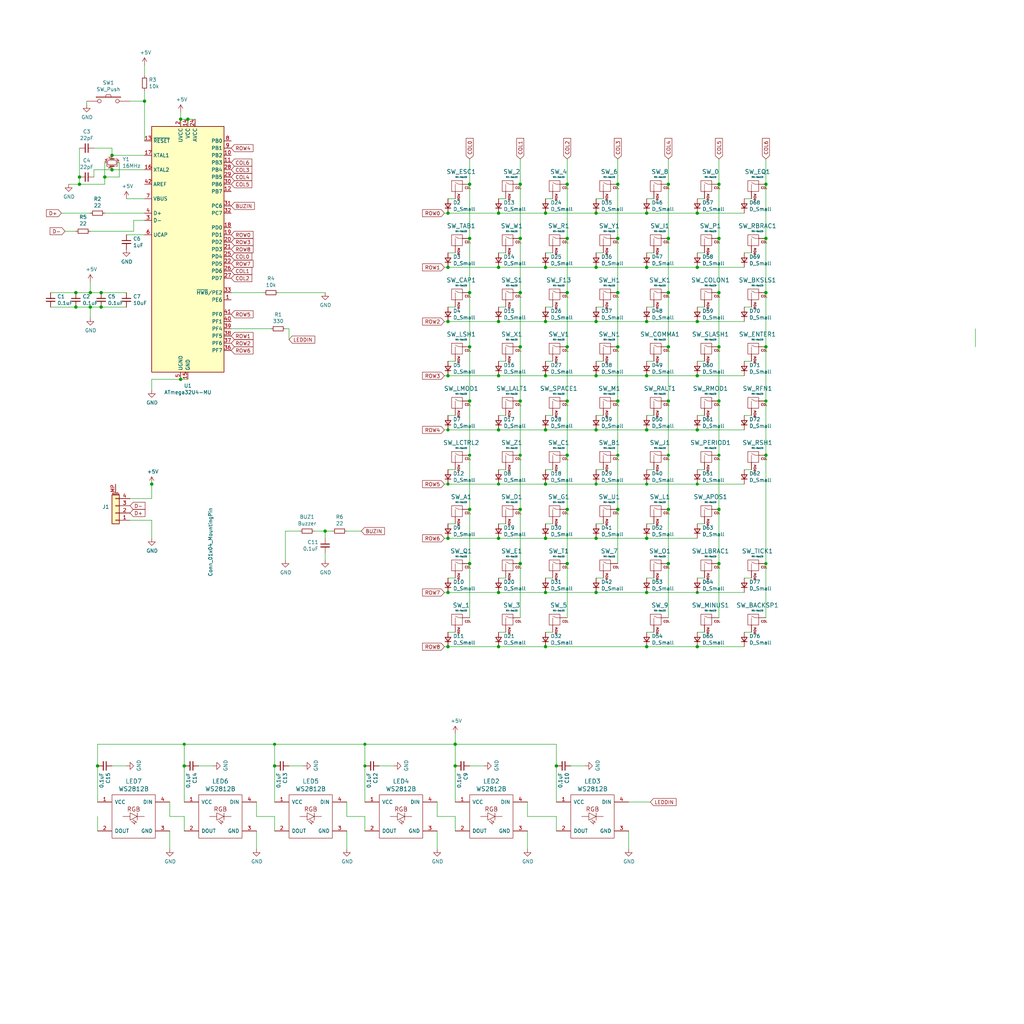
<source format=kicad_sch>
(kicad_sch (version 20221206) (generator eeschema)
  (paper "User" 359.994 359.994)
  (junction (at 199.39 179.07) (diameter 1.016))
  (junction (at 199.39 64.77) (diameter 1.016))
  (junction (at 175.26 151.13) (diameter 1.016))
  (junction (at 234.95 140.97) (diameter 1.016))
  (junction (at 182.88 83.82) (diameter 1.016))
  (junction (at 217.17 121.92) (diameter 1.016))
  (junction (at 191.77 189.23) (diameter 1.016))
  (junction (at 252.73 121.92) (diameter 1.016))
  (junction (at 157.48 189.23) (diameter 1.016))
  (junction (at 39.37 59.69) (diameter 1.016))
  (junction (at 195.58 269.24) (diameter 1.016))
  (junction (at 217.17 83.82) (diameter 1.016))
  (junction (at 96.52 261.62))
  (junction (at 245.11 227.33) (diameter 1.016))
  (junction (at 245.11 113.03) (diameter 1.016))
  (junction (at 227.33 170.18))
  (junction (at 191.77 208.28) (diameter 1.016))
  (junction (at 35.56 102.87) (diameter 1.016))
  (junction (at 234.95 83.82) (diameter 1.016))
  (junction (at 269.24 64.77) (diameter 1.016))
  (junction (at 27.94 64.77) (diameter 1.016))
  (junction (at 157.48 74.93) (diameter 1.016))
  (junction (at 227.33 151.13) (diameter 1.016))
  (junction (at 27.94 62.23) (diameter 1.016))
  (junction (at 96.52 269.24) (diameter 1.016))
  (junction (at 209.55 93.98) (diameter 1.016))
  (junction (at 157.48 170.18))
  (junction (at 199.39 140.97) (diameter 1.016))
  (junction (at 165.1 102.87) (diameter 1.016))
  (junction (at 252.73 102.87) (diameter 1.016))
  (junction (at 245.11 151.13) (diameter 1.016))
  (junction (at 234.95 160.02))
  (junction (at 64.77 261.62))
  (junction (at 227.33 93.98) (diameter 1.016))
  (junction (at 245.11 132.08) (diameter 1.016))
  (junction (at 217.17 102.87) (diameter 1.016))
  (junction (at 175.26 132.08) (diameter 1.016))
  (junction (at 191.77 151.13) (diameter 1.016))
  (junction (at 234.95 121.92) (diameter 1.016))
  (junction (at 245.11 93.98) (diameter 1.016))
  (junction (at 157.48 208.28) (diameter 1.016))
  (junction (at 157.48 113.03) (diameter 1.016))
  (junction (at 269.24 160.02) (diameter 1.016))
  (junction (at 217.17 160.02))
  (junction (at 50.8 35.56) (diameter 1.016))
  (junction (at 157.48 151.13))
  (junction (at 269.24 121.92) (diameter 1.016))
  (junction (at 165.1 179.07) (diameter 1.016))
  (junction (at 234.95 179.07) (diameter 1.016))
  (junction (at 191.77 93.98) (diameter 1.016))
  (junction (at 252.73 198.12) (diameter 1.016))
  (junction (at 191.77 74.93) (diameter 1.016))
  (junction (at 199.39 121.92) (diameter 1.016))
  (junction (at 34.29 269.24) (diameter 1.016))
  (junction (at 234.95 102.87) (diameter 1.016))
  (junction (at 175.26 93.98) (diameter 1.016))
  (junction (at 227.33 189.23) (diameter 1.016))
  (junction (at 175.26 227.33) (diameter 1.016))
  (junction (at 245.11 170.18))
  (junction (at 199.39 160.02) (diameter 1.016))
  (junction (at 227.33 227.33) (diameter 1.016))
  (junction (at 35.56 107.95) (diameter 1.016))
  (junction (at 26.67 102.87) (diameter 1.016))
  (junction (at 199.39 198.12) (diameter 1.016))
  (junction (at 227.33 132.08) (diameter 1.016))
  (junction (at 175.26 208.28) (diameter 1.016))
  (junction (at 252.73 83.82) (diameter 1.016))
  (junction (at 66.04 41.91) (diameter 1.016))
  (junction (at 209.55 170.18))
  (junction (at 63.5 41.91) (diameter 1.016))
  (junction (at 165.1 160.02))
  (junction (at 175.26 74.93) (diameter 1.016))
  (junction (at 165.1 140.97) (diameter 1.016))
  (junction (at 157.48 132.08) (diameter 1.016))
  (junction (at 209.55 74.93) (diameter 1.016))
  (junction (at 209.55 189.23) (diameter 1.016))
  (junction (at 191.77 170.18) (diameter 1.016))
  (junction (at 175.26 189.23) (diameter 1.016))
  (junction (at 269.24 102.87) (diameter 1.016))
  (junction (at 245.11 208.28))
  (junction (at 191.77 227.33) (diameter 1.016))
  (junction (at 26.67 107.95) (diameter 1.016))
  (junction (at 191.77 113.03) (diameter 1.016))
  (junction (at 245.11 74.93) (diameter 1.016))
  (junction (at 252.73 160.02))
  (junction (at 182.88 121.92) (diameter 1.016))
  (junction (at 199.39 83.82) (diameter 1.016))
  (junction (at 182.88 102.87) (diameter 1.016))
  (junction (at 269.24 83.82) (diameter 1.016))
  (junction (at 182.88 64.77) (diameter 1.016))
  (junction (at 252.73 179.07) (diameter 1.016))
  (junction (at 269.24 198.12))
  (junction (at 182.88 179.07) (diameter 1.016))
  (junction (at 234.95 198.12) (diameter 1.016))
  (junction (at 165.1 121.92) (diameter 1.016))
  (junction (at 269.24 140.97))
  (junction (at 31.75 107.95) (diameter 1.016))
  (junction (at 209.55 208.28) (diameter 1.016))
  (junction (at 217.17 140.97) (diameter 1.016))
  (junction (at 63.5 133.35) (diameter 1.016))
  (junction (at 165.1 83.82) (diameter 1.016))
  (junction (at 128.27 261.62))
  (junction (at 157.48 227.33) (diameter 1.016))
  (junction (at 64.77 269.24) (diameter 1.016))
  (junction (at 234.95 64.77) (diameter 1.016))
  (junction (at 157.48 93.98) (diameter 1.016))
  (junction (at 128.27 269.24))
  (junction (at 227.33 113.03) (diameter 1.016))
  (junction (at 182.88 140.97) (diameter 1.016))
  (junction (at 252.73 64.77) (diameter 1.016))
  (junction (at 175.26 113.03) (diameter 1.016))
  (junction (at 31.75 102.87) (diameter 1.016))
  (junction (at 160.02 269.24) (diameter 1.016))
  (junction (at 182.88 198.12) (diameter 1.016))
  (junction (at 217.17 64.77) (diameter 1.016))
  (junction (at 199.39 102.87) (diameter 1.016))
  (junction (at 227.33 74.93) (diameter 1.016))
  (junction (at 36.83 62.23) (diameter 1.016))
  (junction (at 182.88 160.02))
  (junction (at 160.02 261.62) (diameter 1.016))
  (junction (at 217.17 179.07) (diameter 1.016))
  (junction (at 114.3 186.69) (diameter 1.016))
  (junction (at 175.26 170.18))
  (junction (at 209.55 132.08) (diameter 1.016))
  (junction (at 53.34 170.18) (diameter 1.016))
  (junction (at 209.55 113.03) (diameter 1.016))
  (junction (at 191.77 132.08) (diameter 1.016))
  (junction (at 39.37 54.61) (diameter 1.016))
  (junction (at 227.33 208.28) (diameter 1.016))
  (junction (at 209.55 151.13) (diameter 1.016))
  (junction (at 165.1 64.77) (diameter 1.016))
  (junction (at 165.1 198.12) (diameter 1.016))
  (junction (at 252.73 140.97) (diameter 1.016))
  (wire (pts (xy 199.39 160.02) (xy 199.39 140.97)))
  (wire (pts (xy 165.1 179.07) (xy 165.1 198.12)))
  (wire (pts (xy 245.11 88.9) (xy 247.65 88.9)))
  (wire (pts (xy 175.26 203.2) (xy 177.8 203.2)))
  (wire (pts (xy 209.55 113.03) (xy 227.33 113.03)))
  (wire (pts (xy 165.1 55.88) (xy 165.1 64.77)))
  (wire (pts (xy 165.1 64.77) (xy 165.1 83.82)))
  (wire (pts (xy 209.55 208.28) (xy 227.33 208.28)))
  (wire (pts (xy 227.33 227.33) (xy 245.11 227.33)))
  (wire (pts (xy 157.48 74.93) (xy 175.26 74.93)))
  (wire (pts (xy 227.33 170.18) (xy 245.11 170.18)))
  (wire (pts (xy 245.11 151.13) (xy 261.62 151.13)))
  (wire (pts (xy 227.33 165.1) (xy 229.87 165.1)))
  (wire (pts (xy 269.24 121.92) (xy 269.24 102.87)))
  (wire (pts (xy 34.29 261.62) (xy 64.77 261.62)))
  (wire (pts (xy 175.26 132.08) (xy 191.77 132.08)))
  (wire (pts (xy 21.59 74.93) (xy 31.75 74.93)))
  (wire (pts (xy 185.42 292.1) (xy 185.42 298.45)))
  (wire (pts (xy 53.34 170.18) (xy 53.34 175.26)))
  (wire (pts (xy 90.17 287.02) (xy 96.52 287.02)))
  (wire (pts (xy 31.75 111.76) (xy 31.75 107.95)))
  (wire (pts (xy 191.77 170.18) (xy 209.55 170.18)))
  (wire (pts (xy 165.1 269.24) (xy 170.18 269.24)))
  (wire (pts (xy 191.77 113.03) (xy 209.55 113.03)))
  (wire (pts (xy 191.77 88.9) (xy 194.31 88.9)))
  (wire (pts (xy 39.37 269.24) (xy 44.45 269.24)))
  (wire (pts (xy 160.02 269.24) (xy 160.02 281.94)))
  (wire (pts (xy 121.92 186.69) (xy 127 186.69)))
  (wire (pts (xy 252.73 140.97) (xy 252.73 160.02)))
  (wire (pts (xy 33.02 52.07) (xy 39.37 52.07)))
  (wire (pts (xy 44.45 69.85) (xy 50.8 69.85)))
  (wire (pts (xy 39.37 59.69) (xy 50.8 59.69)))
  (wire (pts (xy 165.1 198.12) (xy 165.1 217.17)))
  (wire (pts (xy 269.24 121.92) (xy 269.24 140.97)))
  (wire (pts (xy 157.48 222.25) (xy 160.02 222.25)))
  (wire (pts (xy 209.55 203.2) (xy 212.09 203.2)))
  (wire (pts (xy 261.62 146.05) (xy 264.16 146.05)))
  (wire (pts (xy 199.39 102.87) (xy 199.39 83.82)))
  (wire (pts (xy 227.33 151.13) (xy 245.11 151.13)))
  (wire (pts (xy 234.95 140.97) (xy 234.95 160.02)))
  (wire (pts (xy 209.55 74.93) (xy 227.33 74.93)))
  (wire (pts (xy 63.5 133.35) (xy 66.04 133.35)))
  (wire (pts (xy 100.33 115.57) (xy 101.6 115.57)))
  (wire (pts (xy 217.17 83.82) (xy 217.17 102.87)))
  (wire (pts (xy 217.17 102.87) (xy 217.17 121.92)))
  (wire (pts (xy 234.95 140.97) (xy 234.95 121.92)))
  (wire (pts (xy 156.21 208.28) (xy 157.48 208.28)))
  (wire (pts (xy 157.48 189.23) (xy 175.26 189.23)))
  (wire (pts (xy 50.8 35.56) (xy 50.8 49.53)))
  (wire (pts (xy 66.04 41.91) (xy 68.58 41.91)))
  (wire (pts (xy 175.26 184.15) (xy 177.8 184.15)))
  (wire (pts (xy 245.11 107.95) (xy 247.65 107.95)))
  (wire (pts (xy 252.73 198.12) (xy 252.73 217.17)))
  (wire (pts (xy 245.11 93.98) (xy 261.62 93.98)))
  (wire (pts (xy 261.62 222.25) (xy 264.16 222.25)))
  (wire (pts (xy 69.85 269.24) (xy 74.93 269.24)))
  (wire (pts (xy 245.11 203.2) (xy 247.65 203.2)))
  (wire (pts (xy 227.33 74.93) (xy 245.11 74.93)))
  (wire (pts (xy 234.95 160.02) (xy 234.95 179.07)))
  (wire (pts (xy 195.58 261.62) (xy 195.58 269.24)))
  (wire (pts (xy 191.77 127) (xy 194.31 127)))
  (wire (pts (xy 128.27 292.1) (xy 128.27 287.02)))
  (wire (pts (xy 114.3 194.31) (xy 114.3 196.85)))
  (wire (pts (xy 200.66 269.24) (xy 205.74 269.24)))
  (wire (pts (xy 199.39 55.88) (xy 199.39 64.77)))
  (wire (pts (xy 175.26 227.33) (xy 191.77 227.33)))
  (wire (pts (xy 36.83 57.15) (xy 36.83 62.23)))
  (wire (pts (xy 234.95 102.87) (xy 234.95 83.82)))
  (wire (pts (xy 209.55 93.98) (xy 227.33 93.98)))
  (wire (pts (xy 182.88 140.97) (xy 182.88 160.02)))
  (wire (pts (xy 261.62 107.95) (xy 264.16 107.95)))
  (wire (pts (xy 209.55 165.1) (xy 212.09 165.1)))
  (wire (pts (xy 227.33 69.85) (xy 229.87 69.85)))
  (wire (pts (xy 121.92 292.1) (xy 121.92 298.45)))
  (wire (pts (xy 199.39 121.92) (xy 199.39 102.87)))
  (wire (pts (xy 110.49 186.69) (xy 114.3 186.69)))
  (wire (pts (xy 114.3 186.69) (xy 116.84 186.69)))
  (wire (pts (xy 121.92 287.02) (xy 121.92 281.94)))
  (wire (pts (xy 252.73 55.88) (xy 252.73 64.77)))
  (wire (pts (xy 227.33 203.2) (xy 229.87 203.2)))
  (wire (pts (xy 245.11 113.03) (xy 261.62 113.03)))
  (wire (pts (xy 157.48 146.05) (xy 160.02 146.05)))
  (wire (pts (xy 252.73 64.77) (xy 252.73 83.82)))
  (wire (pts (xy 261.62 88.9) (xy 264.16 88.9)))
  (wire (pts (xy 252.73 160.02) (xy 252.73 179.07)))
  (wire (pts (xy 234.95 55.88) (xy 234.95 64.77)))
  (wire (pts (xy 252.73 102.87) (xy 252.73 121.92)))
  (wire (pts (xy 41.91 62.23) (xy 36.83 62.23)))
  (wire (pts (xy 59.69 287.02) (xy 59.69 281.94)))
  (wire (pts (xy 245.11 127) (xy 247.65 127)))
  (wire (pts (xy 114.3 186.69) (xy 114.3 189.23)))
  (wire (pts (xy 157.48 227.33) (xy 175.26 227.33)))
  (wire (pts (xy 175.26 107.95) (xy 177.8 107.95)))
  (wire (pts (xy 217.17 140.97) (xy 217.17 160.02)))
  (wire (pts (xy 50.8 26.67) (xy 50.8 22.86)))
  (wire (pts (xy 165.1 102.87) (xy 165.1 121.92)))
  (wire (pts (xy 245.11 222.25) (xy 247.65 222.25)))
  (wire (pts (xy 269.24 55.88) (xy 269.24 64.77)))
  (wire (pts (xy 269.24 102.87) (xy 269.24 83.82)))
  (wire (pts (xy 165.1 121.92) (xy 165.1 140.97)))
  (wire (pts (xy 36.83 74.93) (xy 50.8 74.93)))
  (wire (pts (xy 175.26 165.1) (xy 177.8 165.1)))
  (wire (pts (xy 191.77 227.33) (xy 227.33 227.33)))
  (wire (pts (xy 53.34 182.88) (xy 53.34 189.23)))
  (wire (pts (xy 191.77 69.85) (xy 194.31 69.85)))
  (wire (pts (xy 26.67 102.87) (xy 31.75 102.87)))
  (wire (pts (xy 160.02 261.62) (xy 128.27 261.62)))
  (wire (pts (xy 252.73 121.92) (xy 252.73 140.97)))
  (wire (pts (xy 156.21 132.08) (xy 157.48 132.08)))
  (wire (pts (xy 245.11 165.1) (xy 247.65 165.1)))
  (wire (pts (xy 96.52 261.62) (xy 128.27 261.62)))
  (wire (pts (xy 245.11 170.18) (xy 261.62 170.18)))
  (wire (pts (xy 64.77 269.24) (xy 64.77 281.94)))
  (wire (pts (xy 157.48 170.18) (xy 175.26 170.18)))
  (wire (pts (xy 27.94 52.07) (xy 27.94 62.23)))
  (wire (pts (xy 39.37 59.69) (xy 33.02 59.69)))
  (wire (pts (xy 199.39 83.82) (xy 199.39 64.77)))
  (wire (pts (xy 157.48 151.13) (xy 175.26 151.13)))
  (wire (pts (xy 96.52 269.24) (xy 96.52 281.94)))
  (wire (pts (xy 157.48 69.85) (xy 160.02 69.85)))
  (wire (pts (xy 160.02 261.62) (xy 160.02 257.81)))
  (wire (pts (xy 261.62 203.2) (xy 264.16 203.2)))
  (wire (pts (xy 191.77 208.28) (xy 209.55 208.28)))
  (wire (pts (xy 245.11 74.93) (xy 261.62 74.93)))
  (wire (pts (xy 27.94 64.77) (xy 24.13 64.77)))
  (wire (pts (xy 182.88 179.07) (xy 182.88 198.12)))
  (wire (pts (xy 165.1 83.82) (xy 165.1 102.87)))
  (wire (pts (xy 101.6 115.57) (xy 101.6 119.38)))
  (wire (pts (xy 220.98 292.1) (xy 220.98 298.45)))
  (wire (pts (xy 41.91 57.15) (xy 41.91 62.23)))
  (wire (pts (xy 217.17 55.88) (xy 217.17 64.77)))
  (wire (pts (xy 156.21 151.13) (xy 157.48 151.13)))
  (wire (pts (xy 199.39 179.07) (xy 199.39 160.02)))
  (wire (pts (xy 157.48 208.28) (xy 175.26 208.28)))
  (wire (pts (xy 252.73 179.07) (xy 252.73 198.12)))
  (wire (pts (xy 209.55 170.18) (xy 227.33 170.18)))
  (wire (pts (xy 261.62 165.1) (xy 264.16 165.1)))
  (wire (pts (xy 234.95 121.92) (xy 234.95 102.87)))
  (wire (pts (xy 153.67 292.1) (xy 153.67 298.45)))
  (wire (pts (xy 227.33 88.9) (xy 229.87 88.9)))
  (wire (pts (xy 31.75 81.28) (xy 46.99 81.28)))
  (wire (pts (xy 46.99 81.28) (xy 46.99 77.47)))
  (wire (pts (xy 175.26 74.93) (xy 191.77 74.93)))
  (wire (pts (xy 182.88 55.88) (xy 182.88 64.77)))
  (wire (pts (xy 36.83 64.77) (xy 27.94 64.77)))
  (wire (pts (xy 50.8 54.61) (xy 39.37 54.61)))
  (wire (pts (xy 31.75 107.95) (xy 26.67 107.95)))
  (wire (pts (xy 34.29 292.1) (xy 34.29 287.02)))
  (wire (pts (xy 175.26 127) (xy 177.8 127)))
  (wire (pts (xy 195.58 292.1) (xy 195.58 287.02)))
  (wire (pts (xy 175.26 208.28) (xy 191.77 208.28)))
  (wire (pts (xy 191.77 184.15) (xy 194.31 184.15)))
  (wire (pts (xy 261.62 127) (xy 264.16 127)))
  (wire (pts (xy 234.95 198.12) (xy 234.95 179.07)))
  (wire (pts (xy 157.48 165.1) (xy 160.02 165.1)))
  (wire (pts (xy 191.77 74.93) (xy 209.55 74.93)))
  (wire (pts (xy 157.48 127) (xy 160.02 127)))
  (wire (pts (xy 191.77 146.05) (xy 194.31 146.05)))
  (wire (pts (xy 227.33 113.03) (xy 245.11 113.03)))
  (wire (pts (xy 234.95 217.17) (xy 234.95 198.12)))
  (wire (pts (xy 175.26 151.13) (xy 191.77 151.13)))
  (wire (pts (xy 209.55 184.15) (xy 212.09 184.15)))
  (wire (pts (xy 81.28 102.87) (xy 92.71 102.87)))
  (wire (pts (xy 175.26 189.23) (xy 191.77 189.23)))
  (wire (pts (xy 156.21 227.33) (xy 157.48 227.33)))
  (wire (pts (xy 182.88 64.77) (xy 182.88 83.82)))
  (wire (pts (xy 157.48 203.2) (xy 160.02 203.2)))
  (wire (pts (xy 34.29 261.62) (xy 34.29 269.24)))
  (wire (pts (xy 269.24 160.02) (xy 269.24 198.12)))
  (wire (pts (xy 175.26 69.85) (xy 177.8 69.85)))
  (wire (pts (xy 156.21 74.93) (xy 157.48 74.93)))
  (wire (pts (xy 195.58 287.02) (xy 185.42 287.02)))
  (wire (pts (xy 44.45 107.95) (xy 35.56 107.95)))
  (wire (pts (xy 245.11 69.85) (xy 247.65 69.85)))
  (wire (pts (xy 153.67 287.02) (xy 153.67 281.94)))
  (wire (pts (xy 209.55 189.23) (xy 227.33 189.23)))
  (wire (pts (xy 175.26 146.05) (xy 177.8 146.05)))
  (wire (pts (xy 17.78 102.87) (xy 26.67 102.87)))
  (wire (pts (xy 191.77 189.23) (xy 209.55 189.23)))
  (wire (pts (xy 209.55 132.08) (xy 227.33 132.08)))
  (wire (pts (xy 26.67 107.95) (xy 17.78 107.95)))
  (wire (pts (xy 185.42 287.02) (xy 185.42 281.94)))
  (wire (pts (xy 245.11 208.28) (xy 261.62 208.28)))
  (wire (pts (xy 53.34 182.88) (xy 45.72 182.88)))
  (wire (pts (xy 245.11 184.15) (xy 247.65 184.15)))
  (wire (pts (xy 217.17 64.77) (xy 217.17 83.82)))
  (wire (pts (xy 121.92 287.02) (xy 128.27 287.02)))
  (wire (pts (xy 191.77 132.08) (xy 209.55 132.08)))
  (wire (pts (xy 227.33 189.23) (xy 245.11 189.23)))
  (wire (pts (xy 45.72 35.56) (xy 50.8 35.56)))
  (wire (pts (xy 227.33 127) (xy 229.87 127)))
  (wire (pts (xy 195.58 269.24) (xy 195.58 281.94)))
  (wire (pts (xy 191.77 107.95) (xy 194.31 107.95)))
  (wire (pts (xy 182.88 83.82) (xy 182.88 102.87)))
  (wire (pts (xy 160.02 261.62) (xy 160.02 269.24)))
  (wire (pts (xy 64.77 261.62) (xy 96.52 261.62)))
  (wire (pts (xy 53.34 137.16) (xy 53.34 133.35)))
  (wire (pts (xy 90.17 287.02) (xy 90.17 281.94)))
  (wire (pts (xy 63.5 41.91) (xy 63.5 39.37)))
  (wire (pts (xy 227.33 146.05) (xy 229.87 146.05)))
  (wire (pts (xy 175.26 222.25) (xy 177.8 222.25)))
  (wire (pts (xy 96.52 261.62) (xy 96.52 269.24)))
  (wire (pts (xy 157.48 93.98) (xy 175.26 93.98)))
  (wire (pts (xy 156.21 113.03) (xy 157.48 113.03)))
  (wire (pts (xy 252.73 83.82) (xy 252.73 102.87)))
  (wire (pts (xy 36.83 62.23) (xy 36.83 64.77)))
  (wire (pts (xy 157.48 107.95) (xy 160.02 107.95)))
  (wire (pts (xy 46.99 77.47) (xy 50.8 77.47)))
  (wire (pts (xy 209.55 127) (xy 212.09 127)))
  (wire (pts (xy 191.77 93.98) (xy 209.55 93.98)))
  (wire (pts (xy 50.8 35.56) (xy 50.8 31.75)))
  (wire (pts (xy 209.55 107.95) (xy 212.09 107.95)))
  (wire (pts (xy 228.6 281.94) (xy 220.98 281.94)))
  (wire (pts (xy 22.86 81.28) (xy 26.67 81.28)))
  (wire (pts (xy 175.26 88.9) (xy 177.8 88.9)))
  (wire (pts (xy 342.9 115.57) (xy 342.9 121.92)))
  (wire (pts (xy 50.8 82.55) (xy 44.45 82.55)))
  (wire (pts (xy 227.33 208.28) (xy 245.11 208.28)))
  (wire (pts (xy 199.39 198.12) (xy 199.39 179.07)))
  (wire (pts (xy 227.33 222.25) (xy 229.87 222.25)))
  (wire (pts (xy 59.69 292.1) (xy 59.69 298.45)))
  (wire (pts (xy 191.77 165.1) (xy 194.31 165.1)))
  (wire (pts (xy 261.62 69.85) (xy 264.16 69.85)))
  (wire (pts (xy 160.02 292.1) (xy 160.02 287.02)))
  (wire (pts (xy 128.27 261.62) (xy 128.27 269.24)))
  (wire (pts (xy 191.77 222.25) (xy 194.31 222.25)))
  (wire (pts (xy 175.26 113.03) (xy 191.77 113.03)))
  (wire (pts (xy 59.69 287.02) (xy 64.77 287.02)))
  (wire (pts (xy 175.26 93.98) (xy 191.77 93.98)))
  (wire (pts (xy 157.48 132.08) (xy 175.26 132.08)))
  (wire (pts (xy 175.26 170.18) (xy 191.77 170.18)))
  (wire (pts (xy 100.33 186.69) (xy 100.33 196.85)))
  (wire (pts (xy 269.24 140.97) (xy 269.24 160.02)))
  (wire (pts (xy 63.5 41.91) (xy 66.04 41.91)))
  (wire (pts (xy 128.27 269.24) (xy 128.27 281.94)))
  (wire (pts (xy 156.21 189.23) (xy 157.48 189.23)))
  (wire (pts (xy 165.1 140.97) (xy 165.1 160.02)))
  (wire (pts (xy 157.48 113.03) (xy 175.26 113.03)))
  (wire (pts (xy 182.88 198.12) (xy 182.88 217.17)))
  (wire (pts (xy 191.77 151.13) (xy 209.55 151.13)))
  (wire (pts (xy 64.77 292.1) (xy 64.77 287.02)))
  (wire (pts (xy 217.17 160.02) (xy 217.17 179.07)))
  (wire (pts (xy 101.6 269.24) (xy 106.68 269.24)))
  (wire (pts (xy 33.02 59.69) (xy 33.02 62.23)))
  (wire (pts (xy 156.21 93.98) (xy 157.48 93.98)))
  (wire (pts (xy 53.34 133.35) (xy 63.5 133.35)))
  (wire (pts (xy 245.11 132.08) (xy 261.62 132.08)))
  (wire (pts (xy 227.33 107.95) (xy 229.87 107.95)))
  (wire (pts (xy 182.88 121.92) (xy 182.88 140.97)))
  (wire (pts (xy 64.77 261.62) (xy 64.77 269.24)))
  (wire (pts (xy 31.75 102.87) (xy 31.75 99.06)))
  (wire (pts (xy 97.79 102.87) (xy 114.3 102.87)))
  (wire (pts (xy 217.17 179.07) (xy 217.17 198.12)))
  (wire (pts (xy 209.55 146.05) (xy 212.09 146.05)))
  (wire (pts (xy 35.56 102.87) (xy 44.45 102.87)))
  (wire (pts (xy 234.95 83.82) (xy 234.95 64.77)))
  (wire (pts (xy 153.67 287.02) (xy 160.02 287.02)))
  (wire (pts (xy 31.75 102.87) (xy 35.56 102.87)))
  (wire (pts (xy 165.1 160.02) (xy 165.1 179.07)))
  (wire (pts (xy 39.37 52.07) (xy 39.37 54.61)))
  (wire (pts (xy 217.17 121.92) (xy 217.17 140.97)))
  (wire (pts (xy 157.48 184.15) (xy 160.02 184.15)))
  (wire (pts (xy 34.29 269.24) (xy 34.29 281.94)))
  (wire (pts (xy 199.39 140.97) (xy 199.39 121.92)))
  (wire (pts (xy 182.88 102.87) (xy 182.88 121.92)))
  (wire (pts (xy 227.33 184.15) (xy 229.87 184.15)))
  (wire (pts (xy 209.55 69.85) (xy 212.09 69.85)))
  (wire (pts (xy 227.33 93.98) (xy 245.11 93.98)))
  (wire (pts (xy 30.48 36.83) (xy 30.48 35.56)))
  (wire (pts (xy 209.55 88.9) (xy 212.09 88.9)))
  (wire (pts (xy 100.33 186.69) (xy 105.41 186.69)))
  (wire (pts (xy 245.11 146.05) (xy 247.65 146.05)))
  (wire (pts (xy 157.48 88.9) (xy 160.02 88.9)))
  (wire (pts (xy 160.02 261.62) (xy 195.58 261.62)))
  (wire (pts (xy 209.55 151.13) (xy 227.33 151.13)))
  (wire (pts (xy 45.72 175.26) (xy 53.34 175.26)))
  (wire (pts (xy 53.34 168.91) (xy 53.34 170.18)))
  (wire (pts (xy 81.28 115.57) (xy 95.25 115.57)))
  (wire (pts (xy 133.35 269.24) (xy 138.43 269.24)))
  (wire (pts (xy 227.33 132.08) (xy 245.11 132.08)))
  (wire (pts (xy 269.24 83.82) (xy 269.24 64.77)))
  (wire (pts (xy 156.21 170.18) (xy 157.48 170.18)))
  (wire (pts (xy 90.17 292.1) (xy 90.17 298.45)))
  (wire (pts (xy 269.24 198.12) (xy 269.24 217.17)))
  (wire (pts (xy 191.77 203.2) (xy 194.31 203.2)))
  (wire (pts (xy 182.88 160.02) (xy 182.88 179.07)))
  (wire (pts (xy 245.11 227.33) (xy 261.62 227.33)))
  (wire (pts (xy 96.52 292.1) (xy 96.52 287.02)))
  (wire (pts (xy 27.94 62.23) (xy 27.94 64.77)))
  (wire (pts (xy 35.56 107.95) (xy 31.75 107.95)))
  (wire (pts (xy 199.39 217.17) (xy 199.39 198.12)))
  (global_label "ROW2" (shape input) (at 81.28 120.65 0) (property "Intersheetrefs" "${INTERSHEET_REFS}" (effects hide)))
  (global_label "COL5" (shape input) (at 81.28 64.77 0) (property "Intersheetrefs" "${INTERSHEET_REFS}" (effects hide)))
  (global_label "LEDDIN" (shape input) (at 101.6 119.38 0) (property "Intersheetrefs" "${INTERSHEET_REFS}" (effects hide)))
  (global_label "D+" (shape input) (at 45.72 180.34 0) (property "Intersheetrefs" "${INTERSHEET_REFS}" (effects hide)))
  (global_label "ROW3" (shape input) (at 156.21 132.08 180) (property "Intersheetrefs" "${INTERSHEET_REFS}" (effects hide)))
  (global_label "COL3" (shape input) (at 81.28 59.69 0) (property "Intersheetrefs" "${INTERSHEET_REFS}" (effects hide)))
  (global_label "ROW4" (shape input) (at 81.28 52.07 0) (property "Intersheetrefs" "${INTERSHEET_REFS}" (effects hide)))
  (global_label "COL4" (shape input) (at 81.28 62.23 0) (property "Intersheetrefs" "${INTERSHEET_REFS}" (effects hide)))
  (global_label "ROW3" (shape input) (at 81.28 85.09 0) (property "Intersheetrefs" "${INTERSHEET_REFS}" (effects hide)))
  (global_label "COL3" (shape input) (at 217.17 55.88 90) (property "Intersheetrefs" "${INTERSHEET_REFS}" (effects hide)))
  (global_label "ROW7" (shape input) (at 81.28 92.71 0) (property "Intersheetrefs" "${INTERSHEET_REFS}" (effects hide)))
  (global_label "ROW5" (shape input) (at 156.21 170.18 180) (property "Intersheetrefs" "${INTERSHEET_REFS}" (effects hide)))
  (global_label "COL2" (shape input) (at 199.39 55.88 90) (property "Intersheetrefs" "${INTERSHEET_REFS}" (effects hide)))
  (global_label "ROW6" (shape input) (at 156.21 189.23 180) (property "Intersheetrefs" "${INTERSHEET_REFS}" (effects hide)))
  (global_label "D+" (shape input) (at 21.59 74.93 180) (property "Intersheetrefs" "${INTERSHEET_REFS}" (effects hide)))
  (global_label "COL2" (shape input) (at 81.28 97.79 0) (property "Intersheetrefs" "${INTERSHEET_REFS}" (effects hide)))
  (global_label "D-" (shape input) (at 22.86 81.28 180) (property "Intersheetrefs" "${INTERSHEET_REFS}" (effects hide)))
  (global_label "ROW2" (shape input) (at 156.21 113.03 180) (property "Intersheetrefs" "${INTERSHEET_REFS}" (effects hide)))
  (global_label "ROW0" (shape input) (at 156.21 74.93 180) (property "Intersheetrefs" "${INTERSHEET_REFS}" (effects hide)))
  (global_label "LEDDIN" (shape input) (at 228.6 281.94 0) (property "Intersheetrefs" "${INTERSHEET_REFS}" (effects hide)))
  (global_label "ROW1" (shape input) (at 156.21 93.98 180) (property "Intersheetrefs" "${INTERSHEET_REFS}" (effects hide)))
  (global_label "ROW8" (shape input) (at 81.28 87.63 0) (property "Intersheetrefs" "${INTERSHEET_REFS}" (effects hide)))
  (global_label "ROW5" (shape input) (at 81.28 110.49 0) (property "Intersheetrefs" "${INTERSHEET_REFS}" (effects hide)))
  (global_label "COL1" (shape input) (at 81.28 95.25 0) (property "Intersheetrefs" "${INTERSHEET_REFS}" (effects hide)))
  (global_label "COL6" (shape input) (at 81.28 57.15 0) (property "Intersheetrefs" "${INTERSHEET_REFS}" (effects hide)))
  (global_label "COL0" (shape input) (at 165.1 55.88 90) (property "Intersheetrefs" "${INTERSHEET_REFS}" (effects hide)))
  (global_label "COL0" (shape input) (at 81.28 90.17 0) (property "Intersheetrefs" "${INTERSHEET_REFS}" (effects hide)))
  (global_label "COL4" (shape input) (at 234.95 55.88 90) (property "Intersheetrefs" "${INTERSHEET_REFS}" (effects hide)))
  (global_label "D-" (shape input) (at 45.72 177.8 0) (property "Intersheetrefs" "${INTERSHEET_REFS}" (effects hide)))
  (global_label "BUZIN" (shape input) (at 127 186.69 0) (property "Intersheetrefs" "${INTERSHEET_REFS}" (effects hide)))
  (global_label "ROW8" (shape input) (at 156.21 227.33 180) (property "Intersheetrefs" "${INTERSHEET_REFS}" (effects hide)))
  (global_label "ROW6" (shape input) (at 81.28 123.19 0) (property "Intersheetrefs" "${INTERSHEET_REFS}" (effects hide)))
  (global_label "COL6" (shape input) (at 269.24 55.88 90) (property "Intersheetrefs" "${INTERSHEET_REFS}" (effects hide)))
  (global_label "COL1" (shape input) (at 182.88 55.88 90) (property "Intersheetrefs" "${INTERSHEET_REFS}" (effects hide)))
  (global_label "ROW1" (shape input) (at 81.28 118.11 0) (property "Intersheetrefs" "${INTERSHEET_REFS}" (effects hide)))
  (global_label "ROW0" (shape input) (at 81.28 82.55 0) (property "Intersheetrefs" "${INTERSHEET_REFS}" (effects hide)))
  (global_label "ROW7" (shape input) (at 156.21 208.28 180) (property "Intersheetrefs" "${INTERSHEET_REFS}" (effects hide)))
  (global_label "ROW4" (shape input) (at 156.21 151.13 180) (property "Intersheetrefs" "${INTERSHEET_REFS}" (effects hide)))
  (global_label "COL5" (shape input) (at 252.73 55.88 90) (property "Intersheetrefs" "${INTERSHEET_REFS}" (effects hide)))
  (global_label "BUZIN" (shape input) (at 81.28 72.39 0) (property "Intersheetrefs" "${INTERSHEET_REFS}" (effects hide)))
  (symbol (lib_id "power:GND") (at 53.34 137.16 0) (unit 1)
    (property "Reference" "#PWR0101" (effects hide))
    (property "Value" "GND" (at 53.467 141.5542 0))
  )
  (symbol (lib_id "power:+5V") (at 63.5 39.37 0) (unit 1)
    (property "Reference" "#PWR0102" (effects hide))
    (property "Value" "+5V" (at 63.881 34.9758 0))
  )
  (symbol (lib_id "power:+5V") (at 53.34 170.18 0) (unit 1)
    (property "Reference" "#PWR0111" (effects hide))
    (property "Value" "+5V" (at 53.721 165.7858 0))
  )
  (symbol (lib_id "Device:R_Small") (at 95.25 102.87 270) (unit 1)
    (property "Reference" "R4" (at 95.25 97.8916 90))
    (property "Value" "10k" (at 95.25 100.203 90))
    (property "Footprint" "Resistor_SMD:R_0805_2012Metric" (effects hide))
  )
  (symbol (lib_id "power:GND") (at 114.3 102.87 0) (unit 1)
    (property "Reference" "#PWR0103" (effects hide))
    (property "Value" "GND" (at 114.427 107.2642 0))
  )
  (symbol (lib_id "Device:C_Small") (at 44.45 85.09 0) (unit 1)
    (property "Reference" "C6" (at 46.7868 83.9216 0) (effects (justify left)))
    (property "Value" "1uF" (at 46.7868 86.233 0) (effects (justify left)))
    (property "Footprint" "Capacitor_SMD:C_0805_2012Metric" (effects hide))
  )
  (symbol (lib_id "power:GND") (at 44.45 87.63 0) (unit 1)
    (property "Reference" "#PWR0107" (effects hide))
    (property "Value" "GND" (at 44.577 92.0242 0))
  )
  (symbol (lib_id "Device:C_Small") (at 17.78 105.41 0) (unit 1)
    (property "Reference" "C1" (at 20.1168 104.2416 0) (effects (justify left)))
    (property "Value" "0.1uF" (at 20.1168 106.553 0) (effects (justify left)))
    (property "Footprint" "Capacitor_SMD:C_0805_2012Metric" (effects hide))
  )
  (symbol (lib_id "Device:C_Small") (at 26.67 105.41 0) (unit 1)
    (property "Reference" "C2" (at 29.0068 104.2416 0) (effects (justify left)))
    (property "Value" "0.1uF" (at 29.0068 106.553 0) (effects (justify left)))
    (property "Footprint" "Capacitor_SMD:C_0805_2012Metric" (effects hide))
  )
  (symbol (lib_id "Device:C_Small") (at 35.56 105.41 0) (unit 1)
    (property "Reference" "C5" (at 37.8968 104.2416 0) (effects (justify left)))
    (property "Value" "0.1uF" (at 37.8968 106.553 0) (effects (justify left)))
    (property "Footprint" "Capacitor_SMD:C_0805_2012Metric" (effects hide))
  )
  (symbol (lib_id "Device:C_Small") (at 44.45 105.41 0) (unit 1)
    (property "Reference" "C7" (at 46.7868 104.2416 0) (effects (justify left)))
    (property "Value" "10uF" (at 46.7868 106.553 0) (effects (justify left)))
    (property "Footprint" "Capacitor_SMD:C_0805_2012Metric" (effects hide))
  )
  (symbol (lib_id "power:+5V") (at 31.75 99.06 0) (unit 1)
    (property "Reference" "#PWR0104" (effects hide))
    (property "Value" "+5V" (at 32.131 94.6658 0))
  )
  (symbol (lib_id "power:GND") (at 31.75 111.76 0) (unit 1)
    (property "Reference" "#PWR0105" (effects hide))
    (property "Value" "GND" (at 31.877 116.1542 0))
  )
  (symbol (lib_id "power:+5V") (at 44.45 69.85 0) (unit 1)
    (property "Reference" "#PWR0106" (effects hide))
    (property "Value" "+5V" (at 44.831 65.4558 0))
  )
  (symbol (lib_id "Device:Crystal_GND24_Small") (at 39.37 57.15 270) (unit 1)
    (property "Reference" "Y1" (at 43.0276 55.9816 90) (effects (justify left)))
    (property "Value" "16MHz" (at 43.0276 58.293 90) (effects (justify left)))
    (property "Footprint" "Crystal:Crystal_SMD_3225-4Pin_3.2x2.5mm" (effects hide))
  )
  (symbol (lib_id "power:GND") (at 53.34 189.23 0) (unit 1)
    (property "Reference" "#PWR0112" (effects hide))
    (property "Value" "GND" (at 53.467 193.6242 0))
  )
  (symbol (lib_id "Device:C_Small") (at 30.48 52.07 270) (unit 1)
    (property "Reference" "C3" (at 30.48 46.2534 90))
    (property "Value" "22pF" (at 30.48 48.5648 90))
    (property "Footprint" "Capacitor_SMD:C_0805_2012Metric" (effects hide))
  )
  (symbol (lib_id "Device:C_Small") (at 30.48 62.23 270) (unit 1)
    (property "Reference" "C4" (at 30.48 56.4134 90))
    (property "Value" "22pF" (at 30.48 58.7248 90))
    (property "Footprint" "Capacitor_SMD:C_0805_2012Metric" (effects hide))
  )
  (symbol (lib_id "power:GND") (at 24.13 64.77 0) (unit 1)
    (property "Reference" "#PWR0108" (effects hide))
    (property "Value" "GND" (at 24.257 69.1642 0))
  )
  (symbol (lib_id "alps64-rescue:SW_PUSH-keyboard_parts") (at 38.1 35.56 0) (unit 1)
    (property "Reference" "SW1" (at 38.1 29.083 0))
    (property "Value" "SW_Push" (at 38.1 31.3944 0))
    (property "Footprint" "random-keyboard-parts:SKQG-1155865" (effects hide))
  )
  (symbol (lib_id "power:GND") (at 30.48 36.83 0) (unit 1)
    (property "Reference" "#PWR0109" (effects hide))
    (property "Value" "GND" (at 30.607 41.2242 0))
  )
  (symbol (lib_id "power:+5V") (at 50.8 22.86 0) (unit 1)
    (property "Reference" "#PWR0110" (effects hide))
    (property "Value" "+5V" (at 51.181 18.4658 0))
  )
  (symbol (lib_id "Device:R_Small") (at 50.8 29.21 180) (unit 1)
    (property "Reference" "R3" (at 52.2986 28.0416 0) (effects (justify right)))
    (property "Value" "10k" (at 52.2986 30.353 0) (effects (justify right)))
    (property "Footprint" "Resistor_SMD:R_0805_2012Metric" (effects hide))
  )
  (symbol (lib_id "Device:R_Small") (at 97.79 115.57 270) (unit 1)
    (property "Reference" "R1" (at 97.79 110.5916 90))
    (property "Value" "330" (at 97.79 112.903 90))
    (property "Footprint" "Resistor_SMD:R_0805_2012Metric" (effects hide))
  )
  (symbol (lib_id "Device:D_Small") (at 261.62 72.39 90) (unit 1)
    (property "Reference" "D68" (at 263.398 71.2216 90) (effects (justify right)))
    (property "Value" "D_Small" (at 263.398 73.533 90) (effects (justify right)))
    (property "Footprint" "Diode_SMD:D_SOD-123" (effects hide))
  )
  (symbol (lib_id "MX_Alps_Hybrid:MX-NoLED") (at 265.43 66.04 0) (unit 1)
    (property "Reference" "SW_EQ1" (at 266.2682 60.3758 0) (effects (font (size 1.524 1.524))))
    (property "Value" "MX-NoLED" (at 266.2682 62.2554 0) (effects (font (size 0.508 0.508))))
    (property "Footprint" "MX_NEC:mx-nec-alps" (effects hide))
  )
  (symbol (lib_id "Device:D_Small") (at 245.11 72.39 90) (unit 1)
    (property "Reference" "D57" (at 246.888 71.2216 90) (effects (justify right)))
    (property "Value" "D_Small" (at 246.888 73.533 90) (effects (justify right)))
    (property "Footprint" "Diode_SMD:D_SOD-123" (effects hide))
  )
  (symbol (lib_id "MX_Alps_Hybrid:MX-NoLED") (at 248.92 66.04 0) (unit 1)
    (property "Reference" "SW_0" (at 249.7582 60.3758 0) (effects (font (size 1.524 1.524))))
    (property "Value" "MX-NoLED" (at 249.7582 62.2554 0) (effects (font (size 0.508 0.508))))
    (property "Footprint" "MX_NEC:mx-nec-alps" (effects hide))
  )
  (symbol (lib_id "Device:D_Small") (at 227.33 72.39 90) (unit 1)
    (property "Reference" "D46" (at 229.108 71.2216 90) (effects (justify right)))
    (property "Value" "D_Small" (at 229.108 73.533 90) (effects (justify right)))
    (property "Footprint" "Diode_SMD:D_SOD-123" (effects hide))
  )
  (symbol (lib_id "MX_Alps_Hybrid:MX-NoLED") (at 231.14 66.04 0) (unit 1)
    (property "Reference" "SW_8" (at 231.9782 60.3758 0) (effects (font (size 1.524 1.524))))
    (property "Value" "MX-NoLED" (at 231.9782 62.2554 0) (effects (font (size 0.508 0.508))))
    (property "Footprint" "MX_NEC:mx-nec-alps" (effects hide))
  )
  (symbol (lib_id "Device:D_Small") (at 191.77 72.39 90) (unit 1)
    (property "Reference" "D24" (at 193.548 71.2216 90) (effects (justify right)))
    (property "Value" "D_Small" (at 193.548 73.533 90) (effects (justify right)))
    (property "Footprint" "Diode_SMD:D_SOD-123" (effects hide))
  )
  (symbol (lib_id "MX_Alps_Hybrid:MX-NoLED") (at 195.58 66.04 0) (unit 1)
    (property "Reference" "SW_4" (at 196.4182 60.3758 0) (effects (font (size 1.524 1.524))))
    (property "Value" "MX-NoLED" (at 196.4182 62.2554 0) (effects (font (size 0.508 0.508))))
    (property "Footprint" "MX_NEC:mx-nec-alps" (effects hide))
  )
  (symbol (lib_id "Device:D_Small") (at 175.26 72.39 90) (unit 1)
    (property "Reference" "D13" (at 177.038 71.2216 90) (effects (justify right)))
    (property "Value" "D_Small" (at 177.038 73.533 90) (effects (justify right)))
    (property "Footprint" "Diode_SMD:D_SOD-123" (effects hide))
  )
  (symbol (lib_id "MX_Alps_Hybrid:MX-NoLED") (at 179.07 66.04 0) (unit 1)
    (property "Reference" "SW_2" (at 179.9082 60.3758 0) (effects (font (size 1.524 1.524))))
    (property "Value" "MX-NoLED" (at 179.9082 62.2554 0) (effects (font (size 0.508 0.508))))
    (property "Footprint" "MX_NEC:mx-nec-alps" (effects hide))
  )
  (symbol (lib_id "Device:D_Small") (at 157.48 72.39 90) (unit 1)
    (property "Reference" "D2" (at 159.258 71.2216 90) (effects (justify right)))
    (property "Value" "D_Small" (at 159.258 73.533 90) (effects (justify right)))
    (property "Footprint" "Diode_SMD:D_SOD-123" (effects hide))
  )
  (symbol (lib_id "MX_Alps_Hybrid:MX-NoLED") (at 161.29 66.04 0) (unit 1)
    (property "Reference" "SW_ESC1" (at 162.1282 60.3758 0) (effects (font (size 1.524 1.524))))
    (property "Value" "MX-NoLED" (at 162.1282 62.2554 0) (effects (font (size 0.508 0.508))))
    (property "Footprint" "MX_NEC:mx-nec-alps" (effects hide))
  )
  (symbol (lib_id "MX_Alps_Hybrid:MX-NoLED") (at 213.36 66.04 0) (unit 1)
    (property "Reference" "SW_6" (at 214.1982 60.3758 0) (effects (font (size 1.524 1.524))))
    (property "Value" "MX-NoLED" (at 214.1982 62.2554 0) (effects (font (size 0.508 0.508))))
    (property "Footprint" "MX_NEC:mx-nec-alps" (effects hide))
  )
  (symbol (lib_id "Device:D_Small") (at 209.55 72.39 90) (unit 1)
    (property "Reference" "D35" (at 211.328 71.2216 90) (effects (justify right)))
    (property "Value" "D_Small" (at 211.328 73.533 90) (effects (justify right)))
    (property "Footprint" "Diode_SMD:D_SOD-123" (effects hide))
  )
  (symbol (lib_id "Device:D_Small") (at 261.62 91.44 90) (unit 1)
    (property "Reference" "D69" (at 263.398 90.2716 90) (effects (justify right)))
    (property "Value" "D_Small" (at 263.398 92.583 90) (effects (justify right)))
    (property "Footprint" "Diode_SMD:D_SOD-123" (effects hide))
  )
  (symbol (lib_id "MX_Alps_Hybrid:MX-NoLED") (at 265.43 85.09 0) (unit 1)
    (property "Reference" "SW_RBRAC1" (at 266.2682 79.4258 0) (effects (font (size 1.524 1.524))))
    (property "Value" "MX-NoLED" (at 266.2682 81.3054 0) (effects (font (size 0.508 0.508))))
    (property "Footprint" "MX_NEC:mx-nec-alps" (effects hide))
  )
  (symbol (lib_id "Device:D_Small") (at 245.11 91.44 90) (unit 1)
    (property "Reference" "D58" (at 246.888 90.2716 90) (effects (justify right)))
    (property "Value" "D_Small" (at 246.888 92.583 90) (effects (justify right)))
    (property "Footprint" "Diode_SMD:D_SOD-123" (effects hide))
  )
  (symbol (lib_id "MX_Alps_Hybrid:MX-NoLED") (at 248.92 85.09 0) (unit 1)
    (property "Reference" "SW_P1" (at 249.7582 79.4258 0) (effects (font (size 1.524 1.524))))
    (property "Value" "MX-NoLED" (at 249.7582 81.3054 0) (effects (font (size 0.508 0.508))))
    (property "Footprint" "MX_NEC:mx-nec-alps" (effects hide))
  )
  (symbol (lib_id "Device:D_Small") (at 227.33 91.44 90) (unit 1)
    (property "Reference" "D47" (at 229.108 90.2716 90) (effects (justify right)))
    (property "Value" "D_Small" (at 229.108 92.583 90) (effects (justify right)))
    (property "Footprint" "Diode_SMD:D_SOD-123" (effects hide))
  )
  (symbol (lib_id "MX_Alps_Hybrid:MX-NoLED") (at 231.14 85.09 0) (unit 1)
    (property "Reference" "SW_I1" (at 231.9782 79.4258 0) (effects (font (size 1.524 1.524))))
    (property "Value" "MX-NoLED" (at 231.9782 81.3054 0) (effects (font (size 0.508 0.508))))
    (property "Footprint" "MX_NEC:mx-nec-alps" (effects hide))
  )
  (symbol (lib_id "Device:D_Small") (at 191.77 91.44 90) (unit 1)
    (property "Reference" "D25" (at 193.548 90.2716 90) (effects (justify right)))
    (property "Value" "D_Small" (at 193.548 92.583 90) (effects (justify right)))
    (property "Footprint" "Diode_SMD:D_SOD-123" (effects hide))
  )
  (symbol (lib_id "MX_Alps_Hybrid:MX-NoLED") (at 195.58 85.09 0) (unit 1)
    (property "Reference" "SW_R1" (at 196.4182 79.4258 0) (effects (font (size 1.524 1.524))))
    (property "Value" "MX-NoLED" (at 196.4182 81.3054 0) (effects (font (size 0.508 0.508))))
    (property "Footprint" "MX_NEC:mx-nec-alps" (effects hide))
  )
  (symbol (lib_id "Device:D_Small") (at 175.26 91.44 90) (unit 1)
    (property "Reference" "D14" (at 177.038 90.2716 90) (effects (justify right)))
    (property "Value" "D_Small" (at 177.038 92.583 90) (effects (justify right)))
    (property "Footprint" "Diode_SMD:D_SOD-123" (effects hide))
  )
  (symbol (lib_id "MX_Alps_Hybrid:MX-NoLED") (at 179.07 85.09 0) (unit 1)
    (property "Reference" "SW_W1" (at 179.9082 79.4258 0) (effects (font (size 1.524 1.524))))
    (property "Value" "MX-NoLED" (at 179.9082 81.3054 0) (effects (font (size 0.508 0.508))))
    (property "Footprint" "MX_NEC:mx-nec-alps" (effects hide))
  )
  (symbol (lib_id "Device:D_Small") (at 157.48 91.44 90) (unit 1)
    (property "Reference" "D3" (at 159.258 90.2716 90) (effects (justify right)))
    (property "Value" "D_Small" (at 159.258 92.583 90) (effects (justify right)))
    (property "Footprint" "Diode_SMD:D_SOD-123" (effects hide))
  )
  (symbol (lib_id "MX_Alps_Hybrid:MX-NoLED") (at 161.29 85.09 0) (unit 1)
    (property "Reference" "SW_TAB1" (at 162.1282 79.4258 0) (effects (font (size 1.524 1.524))))
    (property "Value" "MX-NoLED" (at 162.1282 81.3054 0) (effects (font (size 0.508 0.508))))
    (property "Footprint" "MX_NEC:mx-nec-alps" (effects hide))
  )
  (symbol (lib_id "MX_Alps_Hybrid:MX-NoLED") (at 213.36 85.09 0) (unit 1)
    (property "Reference" "SW_Y1" (at 214.1982 79.4258 0) (effects (font (size 1.524 1.524))))
    (property "Value" "MX-NoLED" (at 214.1982 81.3054 0) (effects (font (size 0.508 0.508))))
    (property "Footprint" "MX_NEC:mx-nec-alps" (effects hide))
  )
  (symbol (lib_id "Device:D_Small") (at 209.55 91.44 90) (unit 1)
    (property "Reference" "D36" (at 211.328 90.2716 90) (effects (justify right)))
    (property "Value" "D_Small" (at 211.328 92.583 90) (effects (justify right)))
    (property "Footprint" "Diode_SMD:D_SOD-123" (effects hide))
  )
  (symbol (lib_id "Device:D_Small") (at 261.62 110.49 90) (unit 1)
    (property "Reference" "D70" (at 263.398 109.3216 90) (effects (justify right)))
    (property "Value" "D_Small" (at 263.398 111.633 90) (effects (justify right)))
    (property "Footprint" "Diode_SMD:D_SOD-123" (effects hide))
  )
  (symbol (lib_id "MX_Alps_Hybrid:MX-NoLED") (at 265.43 104.14 0) (unit 1)
    (property "Reference" "SW_BKSLS1" (at 266.2682 98.4758 0) (effects (font (size 1.524 1.524))))
    (property "Value" "MX-NoLED" (at 266.2682 100.3554 0) (effects (font (size 0.508 0.508))))
    (property "Footprint" "MX_NEC:mx-nec-alps" (effects hide))
  )
  (symbol (lib_id "Device:D_Small") (at 245.11 110.49 90) (unit 1)
    (property "Reference" "D59" (at 246.888 109.3216 90) (effects (justify right)))
    (property "Value" "D_Small" (at 246.888 111.633 90) (effects (justify right)))
    (property "Footprint" "Diode_SMD:D_SOD-123" (effects hide))
  )
  (symbol (lib_id "MX_Alps_Hybrid:MX-NoLED") (at 248.92 104.14 0) (unit 1)
    (property "Reference" "SW_COLON1" (at 249.7582 98.4758 0) (effects (font (size 1.524 1.524))))
    (property "Value" "MX-NoLED" (at 249.7582 100.3554 0) (effects (font (size 0.508 0.508))))
    (property "Footprint" "MX_NEC:mx-nec-alps" (effects hide))
  )
  (symbol (lib_id "Device:D_Small") (at 227.33 110.49 90) (unit 1)
    (property "Reference" "D48" (at 229.108 109.3216 90) (effects (justify right)))
    (property "Value" "D_Small" (at 229.108 111.633 90) (effects (justify right)))
    (property "Footprint" "Diode_SMD:D_SOD-123" (effects hide))
  )
  (symbol (lib_id "MX_Alps_Hybrid:MX-NoLED") (at 231.14 104.14 0) (unit 1)
    (property "Reference" "SW_K1" (at 231.9782 98.4758 0) (effects (font (size 1.524 1.524))))
    (property "Value" "MX-NoLED" (at 231.9782 100.3554 0) (effects (font (size 0.508 0.508))))
    (property "Footprint" "MX_NEC:mx-nec-alps" (effects hide))
  )
  (symbol (lib_id "Device:D_Small") (at 191.77 110.49 90) (unit 1)
    (property "Reference" "D26" (at 193.548 109.3216 90) (effects (justify right)))
    (property "Value" "D_Small" (at 193.548 111.633 90) (effects (justify right)))
    (property "Footprint" "Diode_SMD:D_SOD-123" (effects hide))
  )
  (symbol (lib_id "MX_Alps_Hybrid:MX-NoLED") (at 195.58 104.14 0) (unit 1)
    (property "Reference" "SW_F13" (at 196.4182 98.4758 0) (effects (font (size 1.524 1.524))))
    (property "Value" "MX-NoLED" (at 196.4182 100.3554 0) (effects (font (size 0.508 0.508))))
    (property "Footprint" "MX_NEC:mx-nec-alps" (effects hide))
  )
  (symbol (lib_id "Device:D_Small") (at 175.26 110.49 90) (unit 1)
    (property "Reference" "D15" (at 177.038 109.3216 90) (effects (justify right)))
    (property "Value" "D_Small" (at 177.038 111.633 90) (effects (justify right)))
    (property "Footprint" "Diode_SMD:D_SOD-123" (effects hide))
  )
  (symbol (lib_id "MX_Alps_Hybrid:MX-NoLED") (at 179.07 104.14 0) (unit 1)
    (property "Reference" "SW_S1" (at 179.9082 98.4758 0) (effects (font (size 1.524 1.524))))
    (property "Value" "MX-NoLED" (at 179.9082 100.3554 0) (effects (font (size 0.508 0.508))))
    (property "Footprint" "MX_NEC:mx-nec-alps" (effects hide))
  )
  (symbol (lib_id "Device:D_Small") (at 157.48 110.49 90) (unit 1)
    (property "Reference" "D4" (at 159.258 109.3216 90) (effects (justify right)))
    (property "Value" "D_Small" (at 159.258 111.633 90) (effects (justify right)))
    (property "Footprint" "Diode_SMD:D_SOD-123" (effects hide))
  )
  (symbol (lib_id "MX_Alps_Hybrid:MX-NoLED") (at 161.29 104.14 0) (unit 1)
    (property "Reference" "SW_CAP1" (at 162.1282 98.4758 0) (effects (font (size 1.524 1.524))))
    (property "Value" "MX-NoLED" (at 162.1282 100.3554 0) (effects (font (size 0.508 0.508))))
    (property "Footprint" "MX_NEC:mx-nec-alps" (effects hide))
  )
  (symbol (lib_id "MX_Alps_Hybrid:MX-NoLED") (at 213.36 104.14 0) (unit 1)
    (property "Reference" "SW_H1" (at 214.1982 98.4758 0) (effects (font (size 1.524 1.524))))
    (property "Value" "MX-NoLED" (at 214.1982 100.3554 0) (effects (font (size 0.508 0.508))))
    (property "Footprint" "MX_NEC:mx-nec-alps" (effects hide))
  )
  (symbol (lib_id "Device:D_Small") (at 209.55 110.49 90) (unit 1)
    (property "Reference" "D37" (at 211.328 109.3216 90) (effects (justify right)))
    (property "Value" "D_Small" (at 211.328 111.633 90) (effects (justify right)))
    (property "Footprint" "Diode_SMD:D_SOD-123" (effects hide))
  )
  (symbol (lib_id "Device:D_Small") (at 261.62 129.54 90) (unit 1)
    (property "Reference" "D71" (at 263.398 128.3716 90) (effects (justify right)))
    (property "Value" "D_Small" (at 263.398 130.683 90) (effects (justify right)))
    (property "Footprint" "Diode_SMD:D_SOD-123" (effects hide))
  )
  (symbol (lib_id "MX_Alps_Hybrid:MX-NoLED") (at 265.43 123.19 0) (unit 1)
    (property "Reference" "SW_ENTER1" (at 266.2682 117.5258 0) (effects (font (size 1.524 1.524))))
    (property "Value" "MX-NoLED" (at 266.2682 119.4054 0) (effects (font (size 0.508 0.508))))
    (property "Footprint" "MX_NEC:mx-nec-alps" (effects hide))
  )
  (symbol (lib_id "Device:D_Small") (at 245.11 129.54 90) (unit 1)
    (property "Reference" "D60" (at 246.888 128.3716 90) (effects (justify right)))
    (property "Value" "D_Small" (at 246.888 130.683 90) (effects (justify right)))
    (property "Footprint" "Diode_SMD:D_SOD-123" (effects hide))
  )
  (symbol (lib_id "MX_Alps_Hybrid:MX-NoLED") (at 248.92 123.19 0) (unit 1)
    (property "Reference" "SW_SLASH1" (at 249.7582 117.5258 0) (effects (font (size 1.524 1.524))))
    (property "Value" "MX-NoLED" (at 249.7582 119.4054 0) (effects (font (size 0.508 0.508))))
    (property "Footprint" "MX_NEC:mx-nec-alps" (effects hide))
  )
  (symbol (lib_id "Device:D_Small") (at 227.33 129.54 90) (unit 1)
    (property "Reference" "D49" (at 229.108 128.3716 90) (effects (justify right)))
    (property "Value" "D_Small" (at 229.108 130.683 90) (effects (justify right)))
    (property "Footprint" "Diode_SMD:D_SOD-123" (effects hide))
  )
  (symbol (lib_id "MX_Alps_Hybrid:MX-NoLED") (at 231.14 123.19 0) (unit 1)
    (property "Reference" "SW_COMMA1" (at 231.9782 117.5258 0) (effects (font (size 1.524 1.524))))
    (property "Value" "MX-NoLED" (at 231.9782 119.4054 0) (effects (font (size 0.508 0.508))))
    (property "Footprint" "MX_NEC:mx-nec-alps" (effects hide))
  )
  (symbol (lib_id "Device:D_Small") (at 191.77 129.54 90) (unit 1)
    (property "Reference" "D27" (at 193.548 128.3716 90) (effects (justify right)))
    (property "Value" "D_Small" (at 193.548 130.683 90) (effects (justify right)))
    (property "Footprint" "Diode_SMD:D_SOD-123" (effects hide))
  )
  (symbol (lib_id "MX_Alps_Hybrid:MX-NoLED") (at 195.58 123.19 0) (unit 1)
    (property "Reference" "SW_V1" (at 196.4182 117.5258 0) (effects (font (size 1.524 1.524))))
    (property "Value" "MX-NoLED" (at 196.4182 119.4054 0) (effects (font (size 0.508 0.508))))
    (property "Footprint" "MX_NEC:mx-nec-alps" (effects hide))
  )
  (symbol (lib_id "Device:D_Small") (at 175.26 129.54 90) (unit 1)
    (property "Reference" "D16" (at 177.038 128.3716 90) (effects (justify right)))
    (property "Value" "D_Small" (at 177.038 130.683 90) (effects (justify right)))
    (property "Footprint" "Diode_SMD:D_SOD-123" (effects hide))
  )
  (symbol (lib_id "MX_Alps_Hybrid:MX-NoLED") (at 179.07 123.19 0) (unit 1)
    (property "Reference" "SW_X1" (at 179.9082 117.5258 0) (effects (font (size 1.524 1.524))))
    (property "Value" "MX-NoLED" (at 179.9082 119.4054 0) (effects (font (size 0.508 0.508))))
    (property "Footprint" "MX_NEC:mx-nec-alps" (effects hide))
  )
  (symbol (lib_id "Device:D_Small") (at 157.48 129.54 90) (unit 1)
    (property "Reference" "D5" (at 159.258 128.3716 90) (effects (justify right)))
    (property "Value" "D_Small" (at 159.258 130.683 90) (effects (justify right)))
    (property "Footprint" "Diode_SMD:D_SOD-123" (effects hide))
  )
  (symbol (lib_id "MX_Alps_Hybrid:MX-NoLED") (at 161.29 123.19 0) (unit 1)
    (property "Reference" "SW_LSH1" (at 162.1282 117.5258 0) (effects (font (size 1.524 1.524))))
    (property "Value" "MX-NoLED" (at 162.1282 119.4054 0) (effects (font (size 0.508 0.508))))
    (property "Footprint" "MX_NEC:mx-nec-alps" (effects hide))
  )
  (symbol (lib_id "MX_Alps_Hybrid:MX-NoLED") (at 213.36 123.19 0) (unit 1)
    (property "Reference" "SW_N1" (at 214.1982 117.5258 0) (effects (font (size 1.524 1.524))))
    (property "Value" "MX-NoLED" (at 214.1982 119.4054 0) (effects (font (size 0.508 0.508))))
    (property "Footprint" "MX_NEC:mx-nec-alps" (effects hide))
  )
  (symbol (lib_id "Device:D_Small") (at 209.55 129.54 90) (unit 1)
    (property "Reference" "D38" (at 211.328 128.3716 90) (effects (justify right)))
    (property "Value" "D_Small" (at 211.328 130.683 90) (effects (justify right)))
    (property "Footprint" "Diode_SMD:D_SOD-123" (effects hide))
  )
  (symbol (lib_id "Device:D_Small") (at 261.62 148.59 90) (unit 1)
    (property "Reference" "D72" (at 263.398 147.4216 90) (effects (justify right)))
    (property "Value" "D_Small" (at 263.398 149.733 90) (effects (justify right)))
    (property "Footprint" "Diode_SMD:D_SOD-123" (effects hide))
  )
  (symbol (lib_id "MX_Alps_Hybrid:MX-NoLED") (at 265.43 142.24 0) (unit 1)
    (property "Reference" "SW_RFN1" (at 266.2682 136.5758 0) (effects (font (size 1.524 1.524))))
    (property "Value" "MX-NoLED" (at 266.2682 138.4554 0) (effects (font (size 0.508 0.508))))
    (property "Footprint" "MX_NEC:mx-nec-alps" (effects hide))
  )
  (symbol (lib_id "Device:D_Small") (at 245.11 148.59 90) (unit 1)
    (property "Reference" "D61" (at 246.888 147.4216 90) (effects (justify right)))
    (property "Value" "D_Small" (at 246.888 149.733 90) (effects (justify right)))
    (property "Footprint" "Diode_SMD:D_SOD-123" (effects hide))
  )
  (symbol (lib_id "MX_Alps_Hybrid:MX-NoLED") (at 248.92 142.24 0) (unit 1)
    (property "Reference" "SW_RMOD1" (at 249.7582 136.5758 0) (effects (font (size 1.524 1.524))))
    (property "Value" "MX-NoLED" (at 249.7582 138.4554 0) (effects (font (size 0.508 0.508))))
    (property "Footprint" "MX_NEC:mx-nec-alps" (effects hide))
  )
  (symbol (lib_id "Device:D_Small") (at 227.33 148.59 90) (unit 1)
    (property "Reference" "D50" (at 229.108 147.4216 90) (effects (justify right)))
    (property "Value" "D_Small" (at 229.108 149.733 90) (effects (justify right)))
    (property "Footprint" "Diode_SMD:D_SOD-123" (effects hide))
  )
  (symbol (lib_id "MX_Alps_Hybrid:MX-NoLED") (at 231.14 142.24 0) (unit 1)
    (property "Reference" "SW_RALT1" (at 231.9782 136.5758 0) (effects (font (size 1.524 1.524))))
    (property "Value" "MX-NoLED" (at 231.9782 138.4554 0) (effects (font (size 0.508 0.508))))
    (property "Footprint" "MX_NEC:mx-nec-alps" (effects hide))
  )
  (symbol (lib_id "Device:D_Small") (at 191.77 148.59 90) (unit 1)
    (property "Reference" "D28" (at 193.548 147.4216 90) (effects (justify right)))
    (property "Value" "D_Small" (at 193.548 149.733 90) (effects (justify right)))
    (property "Footprint" "Diode_SMD:D_SOD-123" (effects hide))
  )
  (symbol (lib_id "MX_Alps_Hybrid:MX-NoLED") (at 195.58 142.24 0) (unit 1)
    (property "Reference" "SW_SPACE1" (at 196.4182 136.5758 0) (effects (font (size 1.524 1.524))))
    (property "Value" "MX-NoLED" (at 196.4182 138.4554 0) (effects (font (size 0.508 0.508))))
    (property "Footprint" "MX_Alps_Hybrid:MX-6.5U-ReversedStabilizers-NoLED" (effects hide))
  )
  (symbol (lib_id "Device:D_Small") (at 175.26 148.59 90) (unit 1)
    (property "Reference" "D17" (at 177.038 147.4216 90) (effects (justify right)))
    (property "Value" "D_Small" (at 177.038 149.733 90) (effects (justify right)))
    (property "Footprint" "Diode_SMD:D_SOD-123" (effects hide))
  )
  (symbol (lib_id "MX_Alps_Hybrid:MX-NoLED") (at 179.07 142.24 0) (unit 1)
    (property "Reference" "SW_LALT1" (at 179.9082 136.5758 0) (effects (font (size 1.524 1.524))))
    (property "Value" "MX-NoLED" (at 179.9082 138.4554 0) (effects (font (size 0.508 0.508))))
    (property "Footprint" "MX_NEC:mx-nec-alps" (effects hide))
  )
  (symbol (lib_id "MX_Alps_Hybrid:MX-NoLED") (at 213.36 142.24 0) (unit 1)
    (property "Reference" "SW_M1" (at 214.1982 136.5758 0) (effects (font (size 1.524 1.524))))
    (property "Value" "MX-NoLED" (at 214.1982 138.4554 0) (effects (font (size 0.508 0.508))))
    (property "Footprint" "MX_NEC:mx-nec-alps" (effects hide))
  )
  (symbol (lib_id "Device:D_Small") (at 209.55 148.59 90) (unit 1)
    (property "Reference" "D39" (at 211.328 147.4216 90) (effects (justify right)))
    (property "Value" "D_Small" (at 211.328 149.733 90) (effects (justify right)))
    (property "Footprint" "Diode_SMD:D_SOD-123" (effects hide))
  )
  (symbol (lib_id "Device:D_Small") (at 261.62 167.64 90) (unit 1)
    (property "Reference" "D62" (at 263.398 166.4716 90) (effects (justify right)))
    (property "Value" "D_Small" (at 263.398 168.783 90) (effects (justify right)))
    (property "Footprint" "Diode_SMD:D_SOD-123" (effects hide))
  )
  (symbol (lib_id "MX_Alps_Hybrid:MX-NoLED") (at 265.43 161.29 0) (unit 1)
    (property "Reference" "SW_RSH1" (at 266.2682 155.6258 0) (effects (font (size 1.524 1.524))))
    (property "Value" "MX-NoLED" (at 266.2682 157.5054 0) (effects (font (size 0.508 0.508))))
    (property "Footprint" "MX_NEC:mx-nec-alps" (effects hide))
  )
  (symbol (lib_id "Device:D_Small") (at 245.11 167.64 90) (unit 1)
    (property "Reference" "D51" (at 246.888 166.4716 90) (effects (justify right)))
    (property "Value" "D_Small" (at 246.888 168.783 90) (effects (justify right)))
    (property "Footprint" "Diode_SMD:D_SOD-123" (effects hide))
  )
  (symbol (lib_id "MX_Alps_Hybrid:MX-NoLED") (at 248.92 161.29 0) (unit 1)
    (property "Reference" "SW_PERIOD1" (at 249.7582 155.6258 0) (effects (font (size 1.524 1.524))))
    (property "Value" "MX-NoLED" (at 249.7582 157.5054 0) (effects (font (size 0.508 0.508))))
    (property "Footprint" "MX_NEC:mx-nec-alps" (effects hide))
  )
  (symbol (lib_id "Device:D_Small") (at 209.55 167.64 90) (unit 1)
    (property "Reference" "D29" (at 211.328 166.4716 90) (effects (justify right)))
    (property "Value" "D_Small" (at 211.328 168.783 90) (effects (justify right)))
    (property "Footprint" "Diode_SMD:D_SOD-123" (effects hide))
  )
  (symbol (lib_id "MX_Alps_Hybrid:MX-NoLED") (at 213.36 161.29 0) (unit 1)
    (property "Reference" "SW_B1" (at 214.1982 155.6258 0) (effects (font (size 1.524 1.524))))
    (property "Value" "MX-NoLED" (at 214.1982 157.5054 0) (effects (font (size 0.508 0.508))))
    (property "Footprint" "MX_NEC:mx-nec-alps" (effects hide))
  )
  (symbol (lib_id "Device:D_Small") (at 191.77 167.64 90) (unit 1)
    (property "Reference" "D18" (at 193.548 166.4716 90) (effects (justify right)))
    (property "Value" "D_Small" (at 193.548 168.783 90) (effects (justify right)))
    (property "Footprint" "Diode_SMD:D_SOD-123" (effects hide))
  )
  (symbol (lib_id "MX_Alps_Hybrid:MX-NoLED") (at 195.58 161.29 0) (unit 1)
    (property "Reference" "SW_C1" (at 196.4182 155.6258 0) (effects (font (size 1.524 1.524))))
    (property "Value" "MX-NoLED" (at 196.4182 157.5054 0) (effects (font (size 0.508 0.508))))
    (property "Footprint" "MX_NEC:mx-nec-alps" (effects hide))
  )
  (symbol (lib_id "Device:D_Small") (at 157.48 148.59 90) (unit 1)
    (property "Reference" "D7" (at 159.258 147.4216 90) (effects (justify right)))
    (property "Value" "D_Small" (at 159.258 149.733 90) (effects (justify right)))
    (property "Footprint" "Diode_SMD:D_SOD-123" (effects hide))
  )
  (symbol (lib_id "MX_Alps_Hybrid:MX-NoLED") (at 161.29 142.24 0) (unit 1)
    (property "Reference" "SW_LMOD1" (at 162.1282 136.5758 0) (effects (font (size 1.524 1.524))))
    (property "Value" "MX-NoLED" (at 162.1282 138.4554 0) (effects (font (size 0.508 0.508))))
    (property "Footprint" "MX_NEC:mx-nec-alps" (effects hide))
  )
  (symbol (lib_id "MX_Alps_Hybrid:MX-NoLED") (at 231.14 161.29 0) (unit 1)
    (property "Reference" "SW_J1" (at 231.9782 155.6258 0) (effects (font (size 1.524 1.524))))
    (property "Value" "MX-NoLED" (at 231.9782 157.5054 0) (effects (font (size 0.508 0.508))))
    (property "Footprint" "MX_NEC:mx-nec-alps" (effects hide))
  )
  (symbol (lib_id "Device:D_Small") (at 227.33 167.64 90) (unit 1)
    (property "Reference" "D40" (at 229.108 166.4716 90) (effects (justify right)))
    (property "Value" "D_Small" (at 229.108 168.783 90) (effects (justify right)))
    (property "Footprint" "Diode_SMD:D_SOD-123" (effects hide))
  )
  (symbol (lib_id "Device:D_Small") (at 245.11 186.69 90) (unit 1)
    (property "Reference" "D63" (at 246.888 185.5216 90) (effects (justify right)))
    (property "Value" "D_Small" (at 246.888 187.833 90) (effects (justify right)))
    (property "Footprint" "Diode_SMD:D_SOD-123" (effects hide))
  )
  (symbol (lib_id "MX_Alps_Hybrid:MX-NoLED") (at 248.92 180.34 0) (unit 1)
    (property "Reference" "SW_APOS1" (at 249.7582 174.6758 0) (effects (font (size 1.524 1.524))))
    (property "Value" "MX-NoLED" (at 249.7582 176.5554 0) (effects (font (size 0.508 0.508))))
    (property "Footprint" "MX_NEC:mx-nec-alps" (effects hide))
  )
  (symbol (lib_id "Device:D_Small") (at 227.33 186.69 90) (unit 1)
    (property "Reference" "D52" (at 229.108 185.5216 90) (effects (justify right)))
    (property "Value" "D_Small" (at 229.108 187.833 90) (effects (justify right)))
    (property "Footprint" "Diode_SMD:D_SOD-123" (effects hide))
  )
  (symbol (lib_id "MX_Alps_Hybrid:MX-NoLED") (at 231.14 180.34 0) (unit 1)
    (property "Reference" "SW_L1" (at 231.9782 174.6758 0) (effects (font (size 1.524 1.524))))
    (property "Value" "MX-NoLED" (at 231.9782 176.5554 0) (effects (font (size 0.508 0.508))))
    (property "Footprint" "MX_NEC:mx-nec-alps" (effects hide))
  )
  (symbol (lib_id "Device:D_Small") (at 191.77 186.69 90) (unit 1)
    (property "Reference" "D30" (at 193.548 185.5216 90) (effects (justify right)))
    (property "Value" "D_Small" (at 193.548 187.833 90) (effects (justify right)))
    (property "Footprint" "Diode_SMD:D_SOD-123" (effects hide))
  )
  (symbol (lib_id "MX_Alps_Hybrid:MX-NoLED") (at 195.58 180.34 0) (unit 1)
    (property "Reference" "SW_G1" (at 196.4182 174.6758 0) (effects (font (size 1.524 1.524))))
    (property "Value" "MX-NoLED" (at 196.4182 176.5554 0) (effects (font (size 0.508 0.508))))
    (property "Footprint" "MX_NEC:mx-nec-alps" (effects hide))
  )
  (symbol (lib_id "Device:D_Small") (at 175.26 186.69 90) (unit 1)
    (property "Reference" "D19" (at 177.038 185.5216 90) (effects (justify right)))
    (property "Value" "D_Small" (at 177.038 187.833 90) (effects (justify right)))
    (property "Footprint" "Diode_SMD:D_SOD-123" (effects hide))
  )
  (symbol (lib_id "MX_Alps_Hybrid:MX-NoLED") (at 179.07 180.34 0) (unit 1)
    (property "Reference" "SW_D1" (at 179.9082 174.6758 0) (effects (font (size 1.524 1.524))))
    (property "Value" "MX-NoLED" (at 179.9082 176.5554 0) (effects (font (size 0.508 0.508))))
    (property "Footprint" "MX_NEC:mx-nec-alps" (effects hide))
  )
  (symbol (lib_id "Device:D_Small") (at 175.26 167.64 90) (unit 1)
    (property "Reference" "D8" (at 177.038 166.4716 90) (effects (justify right)))
    (property "Value" "D_Small" (at 177.038 168.783 90) (effects (justify right)))
    (property "Footprint" "Diode_SMD:D_SOD-123" (effects hide))
  )
  (symbol (lib_id "MX_Alps_Hybrid:MX-NoLED") (at 179.07 161.29 0) (unit 1)
    (property "Reference" "SW_Z1" (at 179.9082 155.6258 0) (effects (font (size 1.524 1.524))))
    (property "Value" "MX-NoLED" (at 179.9082 157.5054 0) (effects (font (size 0.508 0.508))))
    (property "Footprint" "MX_NEC:mx-nec-alps" (effects hide))
  )
  (symbol (lib_id "MX_Alps_Hybrid:MX-NoLED") (at 213.36 180.34 0) (unit 1)
    (property "Reference" "SW_U1" (at 214.1982 174.6758 0) (effects (font (size 1.524 1.524))))
    (property "Value" "MX-NoLED" (at 214.1982 176.5554 0) (effects (font (size 0.508 0.508))))
    (property "Footprint" "MX_NEC:mx-nec-alps" (effects hide))
  )
  (symbol (lib_id "Device:D_Small") (at 209.55 186.69 90) (unit 1)
    (property "Reference" "D41" (at 211.328 185.5216 90) (effects (justify right)))
    (property "Value" "D_Small" (at 211.328 187.833 90) (effects (justify right)))
    (property "Footprint" "Diode_SMD:D_SOD-123" (effects hide))
  )
  (symbol (lib_id "Device:D_Small") (at 245.11 205.74 90) (unit 1)
    (property "Reference" "D64" (at 246.888 204.5716 90) (effects (justify right)))
    (property "Value" "D_Small" (at 246.888 206.883 90) (effects (justify right)))
    (property "Footprint" "Diode_SMD:D_SOD-123" (effects hide))
  )
  (symbol (lib_id "MX_Alps_Hybrid:MX-NoLED") (at 248.92 199.39 0) (unit 1)
    (property "Reference" "SW_LBRAC1" (at 249.7582 193.7258 0) (effects (font (size 1.524 1.524))))
    (property "Value" "MX-NoLED" (at 249.7582 195.6054 0) (effects (font (size 0.508 0.508))))
    (property "Footprint" "MX_NEC:mx-nec-alps" (effects hide))
  )
  (symbol (lib_id "Device:D_Small") (at 227.33 205.74 90) (unit 1)
    (property "Reference" "D53" (at 229.108 204.5716 90) (effects (justify right)))
    (property "Value" "D_Small" (at 229.108 206.883 90) (effects (justify right)))
    (property "Footprint" "Diode_SMD:D_SOD-123" (effects hide))
  )
  (symbol (lib_id "MX_Alps_Hybrid:MX-NoLED") (at 231.14 199.39 0) (unit 1)
    (property "Reference" "SW_O1" (at 231.9782 193.7258 0) (effects (font (size 1.524 1.524))))
    (property "Value" "MX-NoLED" (at 231.9782 195.6054 0) (effects (font (size 0.508 0.508))))
    (property "Footprint" "MX_NEC:mx-nec-alps" (effects hide))
  )
  (symbol (lib_id "Device:D_Small") (at 191.77 205.74 90) (unit 1)
    (property "Reference" "D31" (at 193.548 204.5716 90) (effects (justify right)))
    (property "Value" "D_Small" (at 193.548 206.883 90) (effects (justify right)))
    (property "Footprint" "Diode_SMD:D_SOD-123" (effects hide))
  )
  (symbol (lib_id "MX_Alps_Hybrid:MX-NoLED") (at 195.58 199.39 0) (unit 1)
    (property "Reference" "SW_T1" (at 196.4182 193.7258 0) (effects (font (size 1.524 1.524))))
    (property "Value" "MX-NoLED" (at 196.4182 195.6054 0) (effects (font (size 0.508 0.508))))
    (property "Footprint" "MX_NEC:mx-nec-alps" (effects hide))
  )
  (symbol (lib_id "Device:D_Small") (at 175.26 205.74 90) (unit 1)
    (property "Reference" "D20" (at 177.038 204.5716 90) (effects (justify right)))
    (property "Value" "D_Small" (at 177.038 206.883 90) (effects (justify right)))
    (property "Footprint" "Diode_SMD:D_SOD-123" (effects hide))
  )
  (symbol (lib_id "MX_Alps_Hybrid:MX-NoLED") (at 179.07 199.39 0) (unit 1)
    (property "Reference" "SW_E1" (at 179.9082 193.7258 0) (effects (font (size 1.524 1.524))))
    (property "Value" "MX-NoLED" (at 179.9082 195.6054 0) (effects (font (size 0.508 0.508))))
    (property "Footprint" "MX_NEC:mx-nec-alps" (effects hide))
  )
  (symbol (lib_id "Device:D_Small") (at 157.48 186.69 90) (unit 1)
    (property "Reference" "D9" (at 159.258 185.5216 90) (effects (justify right)))
    (property "Value" "D_Small" (at 159.258 187.833 90) (effects (justify right)))
    (property "Footprint" "Diode_SMD:D_SOD-123" (effects hide))
  )
  (symbol (lib_id "MX_Alps_Hybrid:MX-NoLED") (at 161.29 180.34 0) (unit 1)
    (property "Reference" "SW_A1" (at 162.1282 174.6758 0) (effects (font (size 1.524 1.524))))
    (property "Value" "MX-NoLED" (at 162.1282 176.5554 0) (effects (font (size 0.508 0.508))))
    (property "Footprint" "MX_NEC:mx-nec-alps" (effects hide))
  )
  (symbol (lib_id "MX_Alps_Hybrid:MX-NoLED") (at 213.36 199.39 0) (unit 1)
    (property "Reference" "SW_7" (at 214.1982 193.7258 0) (effects (font (size 1.524 1.524))))
    (property "Value" "MX-NoLED" (at 214.1982 195.6054 0) (effects (font (size 0.508 0.508))))
    (property "Footprint" "MX_NEC:mx-nec-alps" (effects hide))
  )
  (symbol (lib_id "Device:D_Small") (at 209.55 205.74 90) (unit 1)
    (property "Reference" "D42" (at 211.328 204.5716 90) (effects (justify right)))
    (property "Value" "D_Small" (at 211.328 206.883 90) (effects (justify right)))
    (property "Footprint" "Diode_SMD:D_SOD-123" (effects hide))
  )
  (symbol (lib_id "Device:D_Small") (at 261.62 224.79 90) (unit 1)
    (property "Reference" "D76" (at 263.398 223.6216 90) (effects (justify right)))
    (property "Value" "D_Small" (at 263.398 225.933 90) (effects (justify right)))
    (property "Footprint" "Diode_SMD:D_SOD-123" (effects hide))
  )
  (symbol (lib_id "MX_Alps_Hybrid:MX-NoLED") (at 265.43 218.44 0) (unit 1)
    (property "Reference" "SW_BACKSP1" (at 266.2682 212.7758 0) (effects (font (size 1.524 1.524))))
    (property "Value" "MX-NoLED" (at 266.2682 214.6554 0) (effects (font (size 0.508 0.508))))
    (property "Footprint" "MX_NEC:mx-nec-alps" (effects hide))
  )
  (symbol (lib_id "Device:D_Small") (at 245.11 224.79 90) (unit 1)
    (property "Reference" "D65" (at 246.888 223.6216 90) (effects (justify right)))
    (property "Value" "D_Small" (at 246.888 225.933 90) (effects (justify right)))
    (property "Footprint" "Diode_SMD:D_SOD-123" (effects hide))
  )
  (symbol (lib_id "MX_Alps_Hybrid:MX-NoLED") (at 248.92 218.44 0) (unit 1)
    (property "Reference" "SW_MINUS1" (at 249.7582 212.7758 0) (effects (font (size 1.524 1.524))))
    (property "Value" "MX-NoLED" (at 249.7582 214.6554 0) (effects (font (size 0.508 0.508))))
    (property "Footprint" "MX_NEC:mx-nec-alps" (effects hide))
  )
  (symbol (lib_id "Device:D_Small") (at 227.33 224.79 90) (unit 1)
    (property "Reference" "D54" (at 229.108 223.6216 90) (effects (justify right)))
    (property "Value" "D_Small" (at 229.108 225.933 90) (effects (justify right)))
    (property "Footprint" "Diode_SMD:D_SOD-123" (effects hide))
  )
  (symbol (lib_id "MX_Alps_Hybrid:MX-NoLED") (at 231.14 218.44 0) (unit 1)
    (property "Reference" "SW_9" (at 231.9782 212.7758 0) (effects (font (size 1.524 1.524))))
    (property "Value" "MX-NoLED" (at 231.9782 214.6554 0) (effects (font (size 0.508 0.508))))
    (property "Footprint" "MX_NEC:mx-nec-alps" (effects hide))
  )
  (symbol (lib_id "Device:D_Small") (at 191.77 224.79 90) (unit 1)
    (property "Reference" "D32" (at 193.548 223.6216 90) (effects (justify right)))
    (property "Value" "D_Small" (at 193.548 225.933 90) (effects (justify right)))
    (property "Footprint" "Diode_SMD:D_SOD-123" (effects hide))
  )
  (symbol (lib_id "MX_Alps_Hybrid:MX-NoLED") (at 195.58 218.44 0) (unit 1)
    (property "Reference" "SW_5" (at 196.4182 212.7758 0) (effects (font (size 1.524 1.524))))
    (property "Value" "MX-NoLED" (at 196.4182 214.6554 0) (effects (font (size 0.508 0.508))))
    (property "Footprint" "MX_NEC:mx-nec-alps" (effects hide))
  )
  (symbol (lib_id "Device:D_Small") (at 175.26 224.79 90) (unit 1)
    (property "Reference" "D21" (at 177.038 223.6216 90) (effects (justify right)))
    (property "Value" "D_Small" (at 177.038 225.933 90) (effects (justify right)))
    (property "Footprint" "Diode_SMD:D_SOD-123" (effects hide))
  )
  (symbol (lib_id "MX_Alps_Hybrid:MX-NoLED") (at 179.07 218.44 0) (unit 1)
    (property "Reference" "SW_3" (at 179.9082 212.7758 0) (effects (font (size 1.524 1.524))))
    (property "Value" "MX-NoLED" (at 179.9082 214.6554 0) (effects (font (size 0.508 0.508))))
    (property "Footprint" "MX_NEC:mx-nec-alps" (effects hide))
  )
  (symbol (lib_id "Device:D_Small") (at 157.48 205.74 90) (unit 1)
    (property "Reference" "D10" (at 159.258 204.5716 90) (effects (justify right)))
    (property "Value" "D_Small" (at 159.258 206.883 90) (effects (justify right)))
    (property "Footprint" "Diode_SMD:D_SOD-123" (effects hide))
  )
  (symbol (lib_id "MX_Alps_Hybrid:MX-NoLED") (at 161.29 199.39 0) (unit 1)
    (property "Reference" "SW_Q1" (at 162.1282 193.7258 0) (effects (font (size 1.524 1.524))))
    (property "Value" "MX-NoLED" (at 162.1282 195.6054 0) (effects (font (size 0.508 0.508))))
    (property "Footprint" "MX_NEC:mx-nec-alps" (effects hide))
  )
  (symbol (lib_id "Device:D_Small") (at 157.48 224.79 90) (unit 1)
    (property "Reference" "D11" (at 159.258 223.6216 90) (effects (justify right)))
    (property "Value" "D_Small" (at 159.258 225.933 90) (effects (justify right)))
    (property "Footprint" "Diode_SMD:D_SOD-123" (effects hide))
  )
  (symbol (lib_id "MX_Alps_Hybrid:MX-NoLED") (at 161.29 218.44 0) (unit 1)
    (property "Reference" "SW_1" (at 162.1282 212.7758 0) (effects (font (size 1.524 1.524))))
    (property "Value" "MX-NoLED" (at 162.1282 214.6554 0) (effects (font (size 0.508 0.508))))
    (property "Footprint" "MX_NEC:mx-nec-alps" (effects hide))
  )
  (symbol (lib_id "ws2812b:WS2812B") (at 172.72 287.02 0) (unit 1)
    (property "Reference" "LED2" (at 172.72 274.6502 0) (effects (font (size 1.524 1.524))))
    (property "Value" "WS2812B" (at 172.72 277.3426 0) (effects (font (size 1.524 1.524))))
    (property "Footprint" "WS2812B:WS2812BDual" (effects hide))
  )
  (symbol (lib_id "ws2812b:WS2812B") (at 208.28 287.02 0) (unit 1)
    (property "Reference" "LED3" (at 208.28 274.6502 0) (effects (font (size 1.524 1.524))))
    (property "Value" "WS2812B" (at 208.28 277.3426 0) (effects (font (size 1.524 1.524))))
    (property "Footprint" "WS2812B:WS2812BDual" (effects hide))
  )
  (symbol (lib_id "Device:C_Small") (at 162.56 269.24 270) (unit 1)
    (property "Reference" "C9" (at 163.7284 271.5768 0) (effects (justify left)))
    (property "Value" "0.1uF" (at 161.417 271.5768 0) (effects (justify left)))
    (property "Footprint" "Capacitor_SMD:C_0805_2012Metric" (effects hide))
  )
  (symbol (lib_id "power:GND") (at 185.42 298.45 0) (unit 1)
    (property "Reference" "#PWR0117" (effects hide))
    (property "Value" "GND" (at 185.547 302.8442 0))
  )
  (symbol (lib_id "Device:C_Small") (at 198.12 269.24 270) (unit 1)
    (property "Reference" "C10" (at 199.2884 271.5768 0) (effects (justify left)))
    (property "Value" "0.1uF" (at 196.977 271.5768 0) (effects (justify left)))
    (property "Footprint" "Capacitor_SMD:C_0805_2012Metric" (effects hide))
  )
  (symbol (lib_id "Connector_Generic_MountingPin:Conn_01x04_MountingPin") (at 40.64 180.34 180) (unit 1)
    (property "Reference" "J1" (at 38.4048 178.1556 0) (effects (justify left)))
    (property "Value" "Conn_01x04_MountingPin" (at 73.9648 178.3842 90) (effects (justify left)))
    (property "Footprint" "Connector_JST:JST_SH_SM04B-SRSS-TB_1x04-1MP_P1.00mm_Horizontal" (effects hide))
  )
  (symbol (lib_id "power:GND") (at 170.18 269.24 90) (unit 1)
    (property "Reference" "#PWR0122" (effects hide))
    (property "Value" "GND" (at 174.5742 269.113 0))
  )
  (symbol (lib_id "power:GND") (at 220.98 298.45 0) (unit 1)
    (property "Reference" "#PWR0120" (effects hide))
    (property "Value" "GND" (at 221.107 302.8442 0))
  )
  (symbol (lib_id "power:GND") (at 205.74 269.24 90) (unit 1)
    (property "Reference" "#PWR0121" (effects hide))
    (property "Value" "GND" (at 210.1342 269.113 0))
  )
  (symbol (lib_id "power:+5V") (at 160.02 257.81 0) (unit 1)
    (property "Reference" "#PWR0116" (effects hide))
    (property "Value" "+5V" (at 160.401 253.4158 0))
  )
  (symbol (lib_id "ws2812b:WS2812B") (at 46.99 287.02 0) (unit 1)
    (property "Reference" "LED7" (at 46.99 274.6502 0) (effects (font (size 1.524 1.524))))
    (property "Value" "WS2812B" (at 46.99 277.3426 0) (effects (font (size 1.524 1.524))))
    (property "Footprint" "WS2812B:WS2812BDual" (effects hide))
  )
  (symbol (lib_id "ws2812b:WS2812B") (at 109.22 287.02 0) (unit 1)
    (property "Reference" "LED5" (at 109.22 274.6502 0) (effects (font (size 1.524 1.524))))
    (property "Value" "WS2812B" (at 109.22 277.3426 0) (effects (font (size 1.524 1.524))))
    (property "Footprint" "WS2812B:WS2812BDual" (effects hide))
  )
  (symbol (lib_id "MCU_Microchip_ATmega:ATmega32U4-MU") (at 66.04 87.63 0) (unit 1)
    (property "Reference" "U1" (at 66.04 135.6106 0))
    (property "Value" "ATmega32U4-MU" (at 66.04 137.922 0))
    (property "Footprint" "atmega32u4-au-and-mu:atmega32u4-mu-and-au" (effects hide))
    (property "Datasheet" "http://ww1.microchip.com/downloads/en/DeviceDoc/Atmel-7766-8-bit-AVR-ATmega16U4-32U4_Datasheet.pdf" (effects hide))
  )
  (symbol (lib_id "Device:R_Small") (at 34.29 74.93 270) (unit 1)
    (property "Reference" "R2" (at 34.29 69.9516 90))
    (property "Value" "22" (at 34.29 72.263 90))
    (property "Footprint" "Resistor_SMD:R_0805_2012Metric" (effects hide))
  )
  (symbol (lib_id "power:GND") (at 100.33 196.85 0) (unit 1)
    (property "Reference" "#PWR0115" (effects hide))
    (property "Value" "GND" (at 100.457 201.2442 0))
  )
  (symbol (lib_id "power:GND") (at 106.68 269.24 90) (unit 1)
    (property "Reference" "#PWR0119" (effects hide))
    (property "Value" "GND" (at 111.0742 269.113 0))
  )
  (symbol (lib_id "power:GND") (at 59.69 298.45 0) (unit 1)
    (property "Reference" "#PWR0124" (effects hide))
    (property "Value" "GND" (at 59.817 302.8442 0))
  )
  (symbol (lib_id "power:GND") (at 121.92 298.45 0) (unit 1)
    (property "Reference" "#PWR0114" (effects hide))
    (property "Value" "GND" (at 122.047 302.8442 0))
  )
  (symbol (lib_id "Device:R_Small") (at 107.95 186.69 270) (unit 1)
    (property "Reference" "BUZ1" (at 107.95 181.7116 90))
    (property "Value" "Buzzer" (at 107.95 184.023 90))
    (property "Footprint" "Buzzer_Beeper:Buzzer_Mallory_AST1109MLTRQ" (effects hide))
  )
  (symbol (lib_id "Device:R_Small") (at 119.38 186.69 270) (unit 1)
    (property "Reference" "R6" (at 119.38 181.7116 90))
    (property "Value" "22" (at 119.38 184.023 90))
    (property "Footprint" "Resistor_SMD:R_0805_2012Metric" (effects hide))
  )
  (symbol (lib_id "Device:D_Small") (at 157.48 167.64 90) (unit 1)
    (property "Reference" "D12" (at 159.258 166.4716 90) (effects (justify right)))
    (property "Value" "D_Small" (at 159.258 168.783 90) (effects (justify right)))
    (property "Footprint" "Diode_SMD:D_SOD-123" (effects hide))
  )
  (symbol (lib_id "Device:R_Small") (at 29.21 81.28 270) (unit 1)
    (property "Reference" "R5" (at 29.21 76.3016 90))
    (property "Value" "22" (at 29.21 78.613 90))
    (property "Footprint" "Resistor_SMD:R_0805_2012Metric" (effects hide))
  )
  (symbol (lib_id "MX_Alps_Hybrid:MX-NoLED") (at 161.29 161.29 0) (unit 1)
    (property "Reference" "SW_LCTRL2" (at 162.1282 155.6258 0) (effects (font (size 1.524 1.524))))
    (property "Value" "MX-NoLED" (at 162.1282 157.5054 0) (effects (font (size 0.508 0.508))))
    (property "Footprint" "MX_NEC:mx-nec-alps" (effects hide))
  )
  (symbol (lib_id "Device:C_Small") (at 114.3 191.77 0) (mirror y) (unit 1)
    (property "Reference" "C11" (at 111.9632 190.6016 0) (effects (justify left)))
    (property "Value" "0.1uF" (at 111.9632 192.913 0) (effects (justify left)))
    (property "Footprint" "Capacitor_SMD:C_0805_2012Metric" (effects hide))
  )
  (symbol (lib_id "power:GND") (at 153.67 298.45 0) (unit 1)
    (property "Reference" "#PWR0113" (effects hide))
    (property "Value" "GND" (at 153.797 302.8442 0))
  )
  (symbol (lib_id "Device:D_Small") (at 261.62 205.74 90) (unit 1)
    (property "Reference" "D77" (at 263.398 204.5716 90) (effects (justify right)))
    (property "Value" "D_Small" (at 263.398 206.883 90) (effects (justify right)))
    (property "Footprint" "Diode_SMD:D_SOD-123" (effects hide))
  )
  (symbol (lib_id "ws2812b:WS2812B") (at 77.47 287.02 0) (unit 1)
    (property "Reference" "LED6" (at 77.47 274.6502 0) (effects (font (size 1.524 1.524))))
    (property "Value" "WS2812B" (at 77.47 277.3426 0) (effects (font (size 1.524 1.524))))
    (property "Footprint" "WS2812B:WS2812BDual" (effects hide))
  )
  (symbol (lib_id "MX_Alps_Hybrid:MX-NoLED") (at 265.43 199.39 0) (unit 1)
    (property "Reference" "SW_TICK1" (at 266.2682 193.7258 0) (effects (font (size 1.524 1.524))))
    (property "Value" "MX-NoLED" (at 266.2682 195.6054 0) (effects (font (size 0.508 0.508))))
    (property "Footprint" "MX_NEC:mx-nec-alps" (effects hide))
  )
  (symbol (lib_id "Device:C_Small") (at 67.31 269.24 270) (unit 1)
    (property "Reference" "C14" (at 68.4784 271.5768 0) (effects (justify left)))
    (property "Value" "0.1uF" (at 66.167 271.5768 0) (effects (justify left)))
    (property "Footprint" "Capacitor_SMD:C_0805_2012Metric" (effects hide))
  )
  (symbol (lib_id "Device:C_Small") (at 99.06 269.24 270) (unit 1)
    (property "Reference" "C13" (at 100.2284 271.5768 0) (effects (justify left)))
    (property "Value" "0.1uF" (at 97.917 271.5768 0) (effects (justify left)))
    (property "Footprint" "Capacitor_SMD:C_0805_2012Metric" (effects hide))
  )
  (symbol (lib_id "ws2812b:WS2812B") (at 140.97 287.02 0) (unit 1)
    (property "Reference" "LED4" (at 140.97 274.6502 0) (effects (font (size 1.524 1.524))))
    (property "Value" "WS2812B" (at 140.97 277.3426 0) (effects (font (size 1.524 1.524))))
    (property "Footprint" "WS2812B:WS2812BDual" (effects hide))
  )
  (symbol (lib_id "Device:C_Small") (at 36.83 269.24 270) (unit 1)
    (property "Reference" "C15" (at 37.9984 271.5768 0) (effects (justify left)))
    (property "Value" "0.1uF" (at 35.687 271.5768 0) (effects (justify left)))
    (property "Footprint" "Capacitor_SMD:C_0805_2012Metric" (effects hide))
  )
  (symbol (lib_id "power:GND") (at 138.43 269.24 90) (unit 1)
    (property "Reference" "#PWR0118" (effects hide))
    (property "Value" "GND" (at 142.8242 269.113 0))
  )
  (symbol (lib_id "power:GND") (at 44.45 269.24 90) (unit 1)
    (property "Reference" "#PWR0126" (effects hide))
    (property "Value" "GND" (at 48.8442 269.113 0))
  )
  (symbol (lib_id "power:GND") (at 90.17 298.45 0) (unit 1)
    (property "Reference" "#PWR0127" (effects hide))
    (property "Value" "GND" (at 90.297 302.8442 0))
  )
  (symbol (lib_id "power:GND") (at 114.3 196.85 0) (unit 1)
    (property "Reference" "#PWR0123" (effects hide))
    (property "Value" "GND" (at 114.427 201.2442 0))
  )
  (symbol (lib_id "power:GND") (at 74.93 269.24 90) (unit 1)
    (property "Reference" "#PWR0125" (effects hide))
    (property "Value" "GND" (at 79.3242 269.113 0))
  )
  (symbol (lib_id "Device:C_Small") (at 130.81 269.24 270) (unit 1)
    (property "Reference" "C12" (at 131.9784 271.5768 0) (effects (justify left)))
    (property "Value" "0.1uF" (at 129.667 271.5768 0) (effects (justify left)))
    (property "Footprint" "Capacitor_SMD:C_0805_2012Metric" (effects hide))
  )
)
</source>
